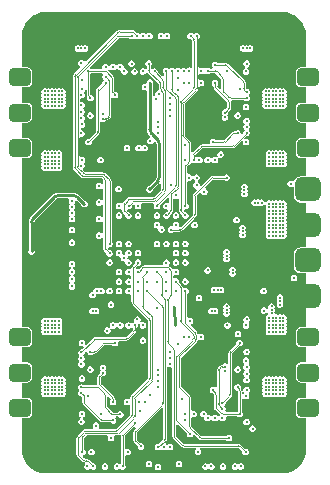
<source format=gbr>
G04*
G04 #@! TF.GenerationSoftware,Altium Limited,Altium Designer,24.1.2 (44)*
G04*
G04 Layer_Physical_Order=4*
G04 Layer_Color=6736896*
%FSLAX25Y25*%
%MOIN*%
G70*
G04*
G04 #@! TF.SameCoordinates,8AA45DA3-EFE9-42F3-ADE2-6CCF78DF1A05*
G04*
G04*
G04 #@! TF.FilePolarity,Positive*
G04*
G01*
G75*
%ADD14C,0.00394*%
%ADD75C,0.00984*%
G04:AMPARAMS|DCode=86|XSize=86.61mil|YSize=78.74mil|CornerRadius=19.68mil|HoleSize=0mil|Usage=FLASHONLY|Rotation=0.000|XOffset=0mil|YOffset=0mil|HoleType=Round|Shape=RoundedRectangle|*
%AMROUNDEDRECTD86*
21,1,0.08661,0.03937,0,0,0.0*
21,1,0.04724,0.07874,0,0,0.0*
1,1,0.03937,0.02362,-0.01968*
1,1,0.03937,-0.02362,-0.01968*
1,1,0.03937,-0.02362,0.01968*
1,1,0.03937,0.02362,0.01968*
%
%ADD86ROUNDEDRECTD86*%
G04:AMPARAMS|DCode=88|XSize=74.8mil|YSize=59.06mil|CornerRadius=14.76mil|HoleSize=0mil|Usage=FLASHONLY|Rotation=0.000|XOffset=0mil|YOffset=0mil|HoleType=Round|Shape=RoundedRectangle|*
%AMROUNDEDRECTD88*
21,1,0.07480,0.02953,0,0,0.0*
21,1,0.04528,0.05906,0,0,0.0*
1,1,0.02953,0.02264,-0.01476*
1,1,0.02953,-0.02264,-0.01476*
1,1,0.02953,-0.02264,0.01476*
1,1,0.02953,0.02264,0.01476*
%
%ADD88ROUNDEDRECTD88*%
%ADD89C,0.00984*%
G36*
X11811Y157629D02*
X90551D01*
X90624Y157659D01*
X92124Y157511D01*
X93635Y157053D01*
X95029Y156308D01*
X96250Y155305D01*
X97253Y154084D01*
X97997Y152691D01*
X98456Y151179D01*
X98604Y149679D01*
X98573Y149606D01*
Y139210D01*
X96949D01*
X96219Y139065D01*
X95601Y138651D01*
X95187Y138033D01*
X95042Y137303D01*
Y134350D01*
X95187Y133621D01*
X95601Y133002D01*
X96219Y132589D01*
X96949Y132444D01*
X98573D01*
Y127399D01*
X96949D01*
X96219Y127254D01*
X95601Y126840D01*
X95187Y126222D01*
X95042Y125492D01*
Y122539D01*
X95187Y121810D01*
X95601Y121191D01*
X96219Y120778D01*
X96949Y120633D01*
X98573D01*
Y115588D01*
X96949D01*
X96219Y115443D01*
X95601Y115029D01*
X95187Y114411D01*
X95042Y113681D01*
Y110728D01*
X95187Y109999D01*
X95601Y109380D01*
X96219Y108967D01*
X96949Y108822D01*
X98573D01*
Y102802D01*
X96850D01*
X95929Y102619D01*
X95147Y102097D01*
X94625Y101315D01*
X94625Y101314D01*
X94082Y101149D01*
X93984Y101248D01*
X93586Y101412D01*
X93156D01*
X92758Y101248D01*
X92453Y100943D01*
X92289Y100545D01*
Y100114D01*
X92453Y99716D01*
X92758Y99412D01*
X93156Y99247D01*
X93586D01*
X93942Y99394D01*
X94157Y99317D01*
X94442Y99162D01*
Y96457D01*
X94625Y95535D01*
X95147Y94754D01*
X95929Y94231D01*
X96850Y94048D01*
X98573D01*
Y79180D01*
X96850D01*
X95929Y78997D01*
X95147Y78475D01*
X94625Y77693D01*
X94442Y76772D01*
Y72835D01*
X94625Y71913D01*
X95147Y71132D01*
X95929Y70609D01*
X96850Y70426D01*
X98573D01*
Y52596D01*
X96949D01*
X96219Y52451D01*
X95601Y52037D01*
X95187Y51419D01*
X95042Y50689D01*
Y47736D01*
X95187Y47007D01*
X95601Y46388D01*
X96219Y45975D01*
X96949Y45829D01*
X98573D01*
Y40785D01*
X96949D01*
X96219Y40639D01*
X95601Y40226D01*
X95187Y39608D01*
X95042Y38878D01*
Y35925D01*
X95187Y35195D01*
X95601Y34577D01*
X96219Y34164D01*
X96949Y34018D01*
X98573D01*
Y28974D01*
X96949D01*
X96219Y28828D01*
X95601Y28415D01*
X95187Y27797D01*
X95042Y27067D01*
Y24114D01*
X95187Y23384D01*
X95601Y22766D01*
X96219Y22353D01*
X96949Y22208D01*
X98573D01*
Y11811D01*
X98604Y11738D01*
X98456Y10239D01*
X97997Y8727D01*
X97253Y7333D01*
X96250Y6112D01*
X95029Y5110D01*
X93635Y4365D01*
X92124Y3906D01*
X90624Y3759D01*
X90551Y3789D01*
X11811D01*
X11738Y3759D01*
X10239Y3906D01*
X8727Y4365D01*
X7333Y5110D01*
X6112Y6112D01*
X5110Y7333D01*
X4365Y8727D01*
X3906Y10239D01*
X3759Y11738D01*
X3789Y11811D01*
Y22208D01*
X5413D01*
X6143Y22353D01*
X6762Y22766D01*
X7175Y23384D01*
X7320Y24114D01*
Y27067D01*
X7175Y27797D01*
X6762Y28415D01*
X6143Y28828D01*
X5413Y28974D01*
X3789D01*
Y34018D01*
X5413D01*
X6143Y34164D01*
X6762Y34577D01*
X7175Y35195D01*
X7320Y35925D01*
Y38878D01*
X7175Y39608D01*
X6762Y40226D01*
X6143Y40639D01*
X5413Y40785D01*
X3789D01*
Y45829D01*
X5413D01*
X6143Y45975D01*
X6762Y46388D01*
X7175Y47007D01*
X7320Y47736D01*
Y50689D01*
X7175Y51419D01*
X6762Y52037D01*
X6143Y52451D01*
X5413Y52596D01*
X3789D01*
Y108822D01*
X5413D01*
X6143Y108967D01*
X6762Y109380D01*
X7175Y109999D01*
X7320Y110728D01*
Y113681D01*
X7175Y114411D01*
X6762Y115029D01*
X6143Y115443D01*
X5413Y115588D01*
X3789D01*
Y120633D01*
X5413D01*
X6143Y120778D01*
X6762Y121191D01*
X7175Y121810D01*
X7320Y122539D01*
Y125492D01*
X7175Y126222D01*
X6762Y126840D01*
X6143Y127254D01*
X5413Y127399D01*
X3789D01*
Y132444D01*
X5413D01*
X6143Y132589D01*
X6762Y133002D01*
X7175Y133621D01*
X7320Y134350D01*
Y137303D01*
X7175Y138033D01*
X6762Y138651D01*
X6143Y139065D01*
X5413Y139210D01*
X3789D01*
Y149606D01*
X3759Y149679D01*
X3906Y151179D01*
X4365Y152691D01*
X5110Y154084D01*
X6112Y155305D01*
X7333Y156308D01*
X8727Y157053D01*
X10239Y157511D01*
X11738Y157659D01*
X11811Y157629D01*
D02*
G37*
%LPC*%
G36*
X40474Y151623D02*
X36350D01*
X36249Y151582D01*
X35812Y151495D01*
X35444Y151249D01*
X35343Y151207D01*
X35343Y151207D01*
X35342Y151207D01*
X34989Y150854D01*
X25145Y141010D01*
X24555Y141127D01*
X24540Y141165D01*
X24235Y141469D01*
X23837Y141634D01*
X23407D01*
X23009Y141469D01*
X22704Y141165D01*
X22539Y140767D01*
Y140336D01*
X22704Y139938D01*
X23009Y139633D01*
X23046Y139618D01*
X23164Y139028D01*
X21234Y137099D01*
X21192Y136997D01*
X20946Y136629D01*
X20859Y136192D01*
X20818Y136091D01*
Y105838D01*
X20859Y105737D01*
X20946Y105300D01*
X21192Y104932D01*
X21234Y104830D01*
X23532Y102532D01*
X23637Y102489D01*
X24001Y102245D01*
X24438Y102158D01*
X24539Y102117D01*
X30382D01*
X30487Y102073D01*
X30813Y101747D01*
X30826Y101742D01*
X30862Y101655D01*
X30857Y101642D01*
Y100461D01*
X30774Y100413D01*
X30357Y100308D01*
X30141Y100524D01*
X29743Y100689D01*
X29312D01*
X28914Y100524D01*
X28610Y100220D01*
X28445Y99822D01*
Y99391D01*
X28610Y98993D01*
X28914Y98689D01*
X29312Y98524D01*
X29743D01*
X30141Y98689D01*
X30357Y98905D01*
X30774Y98800D01*
X30857Y98751D01*
Y94950D01*
X30774Y94901D01*
X30357Y94796D01*
X30141Y95012D01*
X29743Y95177D01*
X29312D01*
X28914Y95012D01*
X28610Y94708D01*
X28445Y94310D01*
Y93879D01*
X28610Y93481D01*
X28914Y93177D01*
X29312Y93012D01*
X29743D01*
X30141Y93177D01*
X30357Y93393D01*
X30774Y93288D01*
X30857Y93239D01*
Y89438D01*
X30774Y89389D01*
X30357Y89284D01*
X30141Y89500D01*
X29743Y89665D01*
X29312D01*
X28914Y89500D01*
X28610Y89196D01*
X28445Y88798D01*
Y88367D01*
X28610Y87969D01*
X28914Y87665D01*
X29312Y87500D01*
X29743D01*
X30141Y87665D01*
X30357Y87881D01*
X30774Y87776D01*
X30857Y87727D01*
Y83926D01*
X30774Y83877D01*
X30357Y83773D01*
X30141Y83989D01*
X29743Y84153D01*
X29312D01*
X28914Y83989D01*
X28610Y83684D01*
X28445Y83286D01*
Y82855D01*
X28610Y82458D01*
X28914Y82153D01*
X29312Y81988D01*
X29743D01*
X30141Y82153D01*
X30357Y82369D01*
X30774Y82265D01*
X30857Y82216D01*
Y79062D01*
X30898Y78961D01*
X30985Y78524D01*
X31208Y78190D01*
X31254Y78074D01*
X31988Y77310D01*
Y76891D01*
X32153Y76493D01*
X32458Y76188D01*
X32855Y76023D01*
X33286D01*
X33684Y76188D01*
X33989Y76493D01*
X34154Y76891D01*
Y77321D01*
X33989Y77719D01*
X33684Y78024D01*
X33286Y78189D01*
X32917D01*
X32456Y78669D01*
X32485Y78845D01*
X32855Y79232D01*
X33286D01*
X33684Y79397D01*
X33989Y79702D01*
X34154Y80100D01*
Y80530D01*
X33989Y80928D01*
X33710Y81207D01*
X33710Y101249D01*
X33668Y101349D01*
X33582Y101786D01*
X33334Y102157D01*
X33292Y102257D01*
X33292Y102257D01*
X33292Y102257D01*
X32138Y103411D01*
X31785Y103765D01*
X31785Y103765D01*
X31785Y103765D01*
X31684Y103806D01*
X31314Y104054D01*
X30877Y104141D01*
X30776Y104183D01*
X24895D01*
X24882Y104177D01*
X24796Y104213D01*
X24791Y104225D01*
X24193Y104823D01*
X24230Y105309D01*
X24288Y105434D01*
X24540Y105686D01*
X24705Y106084D01*
Y106515D01*
X24561Y106862D01*
X24432Y107350D01*
X24737Y107654D01*
X24902Y108052D01*
Y108483D01*
X24737Y108881D01*
X24432Y109186D01*
X24034Y109350D01*
X23604D01*
X23482Y109300D01*
X22982Y109615D01*
Y115678D01*
X23407Y116043D01*
X23837D01*
X24235Y116208D01*
X24540Y116513D01*
X24705Y116911D01*
Y117341D01*
X24540Y117739D01*
X24235Y118044D01*
X23837Y118209D01*
X23732D01*
X23328Y118632D01*
X23604Y118996D01*
X24034D01*
X24432Y119161D01*
X24737Y119465D01*
X24902Y119863D01*
Y120294D01*
X24737Y120692D01*
X24496Y120933D01*
X24433Y121028D01*
X24443Y121534D01*
X24540Y121631D01*
X24705Y122029D01*
Y122459D01*
X24540Y122857D01*
X24385Y123012D01*
X24287Y123327D01*
X24385Y123641D01*
X24540Y123796D01*
X24705Y124194D01*
Y124625D01*
X24540Y125023D01*
X24385Y125178D01*
X24287Y125492D01*
X24385Y125806D01*
X24540Y125961D01*
X24705Y126359D01*
Y126790D01*
X24540Y127188D01*
X24235Y127493D01*
X23837Y127657D01*
X23407D01*
X23011Y127997D01*
Y128499D01*
X23407Y128839D01*
X23837D01*
X24235Y129003D01*
X24540Y129308D01*
X24705Y129706D01*
Y130137D01*
X24540Y130535D01*
X24432Y130972D01*
X24737Y131277D01*
X24845Y131538D01*
X25345Y131438D01*
Y130047D01*
X25387Y129946D01*
X25474Y129509D01*
X25588Y129338D01*
X25593Y129316D01*
X25525Y129152D01*
Y128722D01*
X25690Y128324D01*
X25995Y128019D01*
X26393Y127854D01*
X26823D01*
X27221Y128019D01*
X27526Y128324D01*
X27691Y128722D01*
Y129152D01*
X27526Y129550D01*
X27221Y129855D01*
X26823Y130020D01*
X26623Y130047D01*
Y136903D01*
X26876Y137156D01*
X30587D01*
X30794Y136656D01*
X30775Y136637D01*
X30610Y136239D01*
Y135808D01*
X30775Y135410D01*
X30819Y135366D01*
X31036Y135039D01*
X30819Y134713D01*
X30775Y134668D01*
X30610Y134271D01*
Y133876D01*
X28911Y132178D01*
X28869Y132076D01*
X28623Y131708D01*
X28536Y131271D01*
X28495Y131170D01*
Y117649D01*
X28452Y117545D01*
X26163Y115256D01*
X25769D01*
X25371Y115091D01*
X25066Y114787D01*
X24902Y114389D01*
Y113958D01*
X25066Y113560D01*
X25371Y113255D01*
X25769Y113091D01*
X26200D01*
X26597Y113255D01*
X26902Y113560D01*
X27067Y113958D01*
Y114352D01*
X29004Y116289D01*
X29356Y116641D01*
X29357Y116642D01*
X29357Y116642D01*
X29398Y116743D01*
X29645Y117111D01*
X29731Y117548D01*
X29773Y117649D01*
Y120941D01*
X30273Y121149D01*
X30292Y121129D01*
X30690Y120965D01*
X31121D01*
X31519Y121129D01*
X31823Y121434D01*
X31823Y121434D01*
X31861Y121450D01*
X32298Y121537D01*
X32666Y121783D01*
X32768Y121825D01*
X33195Y122251D01*
X33195Y122253D01*
X33195Y122253D01*
X33237Y122353D01*
X33483Y122722D01*
X33570Y123159D01*
X33612Y123259D01*
Y128914D01*
X34112Y129121D01*
X34229Y129003D01*
X34627Y128839D01*
X35058D01*
X35456Y129003D01*
X35760Y129308D01*
X35925Y129706D01*
Y130137D01*
X35760Y130535D01*
X35456Y130839D01*
X35058Y131004D01*
X34812D01*
X34551Y131308D01*
X34497Y131380D01*
X34497Y131380D01*
X34497Y131873D01*
X34497Y135501D01*
X34456Y135601D01*
X34369Y136038D01*
X34121Y136409D01*
X34080Y136509D01*
Y136509D01*
X34080Y136509D01*
X32572Y138017D01*
X32571Y138356D01*
X32776Y138671D01*
X33300Y138647D01*
X33336Y138560D01*
X33641Y138255D01*
X34039Y138091D01*
X34470D01*
X34868Y138255D01*
X35172Y138560D01*
X35696D01*
X36001Y138255D01*
X36399Y138091D01*
X36448D01*
X36841Y138022D01*
X36909Y137629D01*
Y137580D01*
X37074Y137182D01*
X37379Y136877D01*
X37777Y136713D01*
X38208D01*
X38605Y136877D01*
X38910Y137182D01*
X39075Y137580D01*
Y138011D01*
X38910Y138409D01*
X38605Y138713D01*
X38208Y138878D01*
X38159D01*
X37765Y138946D01*
X37697Y139340D01*
Y139389D01*
X37532Y139787D01*
X37227Y140091D01*
X36830Y140256D01*
X36399D01*
X36001Y140091D01*
X35696Y139787D01*
X35172D01*
X34868Y140091D01*
X34470Y140256D01*
X34039D01*
X33641Y140091D01*
X33336Y139787D01*
X33237Y139548D01*
X32710D01*
X32611Y139787D01*
X32306Y140091D01*
X31908Y140256D01*
X31478D01*
X31080Y140091D01*
X30775Y139787D01*
X30610Y139389D01*
Y138958D01*
X30620Y138935D01*
X30286Y138435D01*
X26876D01*
X26597Y138713D01*
X26560Y138729D01*
X26443Y139318D01*
X36049Y148925D01*
X36153Y148967D01*
X39463D01*
X39742Y148688D01*
X40139Y148524D01*
X40570D01*
X40968Y148688D01*
X41012Y148732D01*
X41339Y148949D01*
X41666Y148732D01*
X41710Y148688D01*
X42107Y148524D01*
X42538D01*
X42936Y148688D01*
X42980Y148732D01*
X43307Y148949D01*
X43633Y148732D01*
X43678Y148688D01*
X44076Y148524D01*
X44506D01*
X44904Y148688D01*
X44948Y148732D01*
X45275Y148949D01*
X45601Y148732D01*
X45646Y148688D01*
X46044Y148524D01*
X46474D01*
X46872Y148688D01*
X47177Y148993D01*
X47341Y149391D01*
Y149822D01*
X47177Y150220D01*
X46872Y150524D01*
X46474Y150689D01*
X46044D01*
X45646Y150524D01*
X45601Y150480D01*
X45275Y150264D01*
X44948Y150480D01*
X44904Y150524D01*
X44506Y150689D01*
X44076D01*
X43678Y150524D01*
X43633Y150480D01*
X43307Y150264D01*
X42980Y150480D01*
X42936Y150524D01*
X42538Y150689D01*
X42107D01*
X42080Y150678D01*
X41421Y151263D01*
X41290Y151309D01*
X41011Y151495D01*
X40574Y151582D01*
X40474Y151623D01*
D02*
G37*
G36*
X62223Y150689D02*
X61792D01*
X61395Y150524D01*
X61350Y150480D01*
X61024Y150264D01*
X60697Y150480D01*
X60653Y150524D01*
X60255Y150689D01*
X59824D01*
X59426Y150524D01*
X59122Y150220D01*
X58957Y149822D01*
Y149391D01*
X59122Y148993D01*
X59426Y148688D01*
X59824Y148524D01*
X60128D01*
X60543Y148041D01*
X60553Y148036D01*
X60587Y147955D01*
X60581Y147942D01*
Y139288D01*
X60498Y139200D01*
X60081Y138995D01*
X59842Y139094D01*
X59411D01*
X59013Y138929D01*
X58969Y138885D01*
X58662Y138655D01*
X58316Y138885D01*
X58290Y138910D01*
X57893Y139075D01*
X57462D01*
X57064Y138910D01*
X57020Y138866D01*
X56693Y138649D01*
X56366Y138866D01*
X56322Y138910D01*
X55924Y139075D01*
X55493D01*
X55095Y138910D01*
X55051Y138866D01*
X54724Y138649D01*
X54398Y138866D01*
X54353Y138910D01*
X53956Y139075D01*
X53525D01*
X53127Y138910D01*
X53083Y138866D01*
X52756Y138649D01*
X52429Y138866D01*
X52385Y138910D01*
X51987Y139075D01*
X51556D01*
X51158Y138910D01*
X50854Y138605D01*
X50689Y138207D01*
Y137777D01*
X50854Y137379D01*
X51133Y137100D01*
Y136305D01*
X50633Y136098D01*
X49114Y137617D01*
Y138011D01*
X48949Y138409D01*
X48645Y138713D01*
X48247Y138878D01*
X47816D01*
X47418Y138713D01*
X47202Y138497D01*
X46785Y138602D01*
X46702Y138650D01*
Y139462D01*
X46981Y139741D01*
X47146Y140139D01*
Y140570D01*
X46981Y140968D01*
X46676Y141272D01*
X46278Y141437D01*
X45848D01*
X45450Y141272D01*
X45145Y140968D01*
X44980Y140570D01*
Y140139D01*
X45145Y139741D01*
X45424Y139462D01*
Y138650D01*
X45341Y138602D01*
X44924Y138497D01*
X44708Y138713D01*
X44310Y138878D01*
X43879D01*
X43481Y138713D01*
X43177Y138409D01*
X43012Y138011D01*
Y137580D01*
X43177Y137182D01*
X43481Y136877D01*
X43879Y136713D01*
X44310D01*
X44708Y136877D01*
X45012Y137182D01*
X45109Y137416D01*
X45137Y137426D01*
X45639Y137454D01*
X45801Y137211D01*
X45843Y137112D01*
X49317Y133637D01*
X49361Y133532D01*
Y132413D01*
X49373Y132384D01*
X49470Y131898D01*
X49199Y131406D01*
X49105Y131361D01*
X48796Y131233D01*
X48492Y130928D01*
X48327Y130530D01*
Y130100D01*
X48353Y130037D01*
X48210Y129823D01*
X47860Y129678D01*
X47627Y129762D01*
X47360Y129913D01*
Y133427D01*
X47374Y133442D01*
X47539Y133840D01*
Y134271D01*
X47374Y134668D01*
X47070Y134973D01*
X46672Y135138D01*
X46241D01*
X45843Y134973D01*
X45539Y134668D01*
X45374Y134271D01*
Y134064D01*
X45170Y133750D01*
X44916Y133638D01*
X44666D01*
X44269Y133473D01*
X43964Y133168D01*
X43799Y132771D01*
Y132340D01*
X43964Y131942D01*
X44269Y131637D01*
X44666Y131473D01*
X45097D01*
X45553Y131120D01*
Y118832D01*
X45546Y118335D01*
X45546Y118335D01*
X45644Y117590D01*
X45932Y116896D01*
X46389Y116299D01*
X46390Y116299D01*
X46391Y116297D01*
X46459Y115823D01*
X46369Y115621D01*
X46040Y115485D01*
X45736Y115180D01*
X45571Y114782D01*
Y114352D01*
X45736Y113954D01*
X46040Y113649D01*
X46438Y113484D01*
X46869D01*
X47267Y113649D01*
X47571Y113954D01*
X47706Y114279D01*
X47917Y114371D01*
X48384Y114290D01*
X48611Y113950D01*
X48691Y113547D01*
X48703D01*
Y102587D01*
X48691D01*
X48623Y102246D01*
X48384Y101845D01*
X48055Y101497D01*
X46065Y99508D01*
X46044D01*
X45647Y99343D01*
X45342Y99038D01*
X45177Y98641D01*
Y98210D01*
X45342Y97812D01*
X45647Y97507D01*
X46044Y97342D01*
X46475D01*
X46873Y97507D01*
X47178Y97812D01*
X47343Y98210D01*
Y98231D01*
X49648Y100536D01*
X49739Y100530D01*
X50148Y100348D01*
Y98487D01*
X50154Y98474D01*
X50118Y98388D01*
X50106Y98383D01*
X47680Y95957D01*
X47576Y95915D01*
X39893D01*
X39792Y95873D01*
X39355Y95786D01*
X38987Y95540D01*
X38886Y95498D01*
X38886Y95498D01*
X38885Y95498D01*
X38533Y95145D01*
X37573Y94186D01*
X37531Y94084D01*
X37434Y93938D01*
X36847Y93831D01*
X36812Y93840D01*
X36436Y93996D01*
X36005D01*
X35607Y93831D01*
X35303Y93527D01*
X35138Y93129D01*
Y92698D01*
X35303Y92300D01*
X35607Y91996D01*
X36005Y91831D01*
X36436D01*
X36656Y91922D01*
X37126Y91680D01*
X37169Y91634D01*
X37198Y91564D01*
X37285Y91127D01*
X37536Y90751D01*
X37576Y90653D01*
X38287Y89943D01*
Y89548D01*
X38452Y89151D01*
X38757Y88846D01*
X39155Y88681D01*
X39585D01*
X39983Y88846D01*
X40288Y89151D01*
X40453Y89548D01*
Y89979D01*
X40288Y90377D01*
X39983Y90682D01*
X39585Y90847D01*
X39191D01*
X38765Y91273D01*
X38791Y91440D01*
X39155Y91831D01*
X39585D01*
X39983Y91996D01*
X40288Y92300D01*
X40453Y92698D01*
Y93092D01*
X40879Y93518D01*
X41046Y93492D01*
X41437Y93129D01*
Y92698D01*
X41602Y92300D01*
X41906Y91996D01*
X42304Y91831D01*
X42735D01*
X43133Y91996D01*
X43437Y92300D01*
X43602Y92698D01*
Y93129D01*
X43511Y93349D01*
X43739Y93792D01*
X43804Y93849D01*
X47535D01*
X47600Y93792D01*
X47827Y93349D01*
X47736Y93129D01*
Y92698D01*
X47901Y92300D01*
X48206Y91996D01*
X48603Y91831D01*
X49034D01*
X49432Y91996D01*
X49737Y92300D01*
X49902Y92698D01*
Y93129D01*
X49817Y93333D01*
X52442Y95959D01*
X52904Y95767D01*
Y94198D01*
X52847Y94133D01*
X52404Y93905D01*
X52184Y93996D01*
X51753D01*
X51355Y93831D01*
X51051Y93527D01*
X50886Y93129D01*
Y92698D01*
X51051Y92300D01*
X51355Y91996D01*
X51753Y91831D01*
X52184D01*
X52550Y91441D01*
X52576Y91327D01*
X52095Y90847D01*
X51753D01*
X51355Y90682D01*
X51051Y90377D01*
X50886Y89979D01*
Y89548D01*
X51051Y89151D01*
X51355Y88846D01*
X51753Y88681D01*
X52184D01*
X52582Y88846D01*
X52886Y89151D01*
X53051Y89548D01*
Y89979D01*
X53047Y89990D01*
X53766Y90709D01*
X53808Y90811D01*
X54054Y91179D01*
X54141Y91616D01*
X54182Y91717D01*
Y95172D01*
X54240Y95237D01*
X54682Y95465D01*
X54903Y95374D01*
X55334D01*
X55554Y95465D01*
X55997Y95237D01*
X56054Y95172D01*
Y91717D01*
X56095Y91616D01*
X56182Y91179D01*
X56431Y90806D01*
X56472Y90707D01*
X57190Y89990D01*
X57185Y89979D01*
Y89549D01*
X57350Y89151D01*
X57655Y88846D01*
X58053Y88682D01*
X58483D01*
X58881Y88846D01*
X59186Y89151D01*
X59351Y89549D01*
Y89979D01*
X59186Y90377D01*
X58881Y90682D01*
X58483Y90847D01*
X58140D01*
X57660Y91327D01*
X57686Y91441D01*
X58053Y91830D01*
X58483D01*
X58881Y91995D01*
X59186Y92300D01*
X59351Y92698D01*
Y93129D01*
X59186Y93526D01*
X58907Y93805D01*
Y100955D01*
X59407Y101289D01*
X59430Y101279D01*
X59861D01*
X60259Y101444D01*
X60563Y101749D01*
X61090D01*
X61394Y101444D01*
X61628Y101348D01*
Y100818D01*
X61394Y100721D01*
X61090Y100417D01*
X60925Y100019D01*
Y99588D01*
X61090Y99190D01*
X61394Y98885D01*
X61792Y98721D01*
X61873D01*
X62080Y98220D01*
X61195Y97335D01*
X61153Y97233D01*
X60907Y96865D01*
X60820Y96428D01*
X60778Y96327D01*
Y90090D01*
X60736Y89986D01*
X56759Y86009D01*
X56591Y86036D01*
X56201Y86399D01*
Y86830D01*
X56036Y87227D01*
X55731Y87532D01*
X55334Y87697D01*
X54903D01*
X54505Y87532D01*
X54200Y87227D01*
X54035Y86830D01*
Y86549D01*
X53868Y86290D01*
X53609Y86122D01*
X53328D01*
X52930Y85957D01*
X52626Y85653D01*
X52461Y85255D01*
Y84824D01*
X52626Y84426D01*
X52930Y84122D01*
X53328Y83957D01*
X53759D01*
X54157Y84122D01*
X54435Y84400D01*
X56367D01*
X56467Y84442D01*
X56904Y84529D01*
X57272Y84775D01*
X57374Y84817D01*
X61287Y88730D01*
X61640Y89082D01*
X61640Y89083D01*
X61640Y89083D01*
X61682Y89184D01*
X61928Y89552D01*
X62015Y89989D01*
X62056Y90090D01*
Y96327D01*
X62099Y96431D01*
X63087Y97419D01*
X63226Y97420D01*
X63648Y97273D01*
X63750Y97025D01*
X64055Y96720D01*
X64453Y96555D01*
X64883D01*
X65281Y96720D01*
X65586Y97025D01*
X65751Y97422D01*
Y97853D01*
X65586Y98251D01*
X65281Y98556D01*
X65033Y98658D01*
X64886Y99080D01*
X64887Y99219D01*
X67348Y101681D01*
X67452Y101723D01*
X71155D01*
X71434Y101444D01*
X71832Y101279D01*
X72263D01*
X72660Y101444D01*
X72965Y101749D01*
X73130Y102147D01*
Y102578D01*
X72965Y102975D01*
X72660Y103280D01*
X72263Y103445D01*
X71832D01*
X71434Y103280D01*
X71155Y103001D01*
X67452D01*
X67352Y102960D01*
X66914Y102873D01*
X66546Y102627D01*
X66445Y102585D01*
X66445Y102585D01*
X66444Y102585D01*
X66092Y102232D01*
X63590Y99731D01*
X63090Y99938D01*
Y100019D01*
X62926Y100417D01*
X62621Y100721D01*
X62388Y100818D01*
Y101348D01*
X62621Y101444D01*
X62926Y101749D01*
X63090Y102147D01*
Y102578D01*
X62926Y102975D01*
X62621Y103280D01*
X62223Y103445D01*
X61792D01*
X61394Y103280D01*
X61090Y102975D01*
X60563D01*
X60259Y103280D01*
X59861Y103445D01*
X59430D01*
X59407Y103435D01*
X58907Y103769D01*
Y105973D01*
X58950Y106077D01*
X59515Y106643D01*
X59868Y106995D01*
X59869Y106997D01*
X60259Y107279D01*
X60410Y107350D01*
X60808Y107185D01*
X61239D01*
X61637Y107350D01*
X61681Y107394D01*
X62008Y107610D01*
X62335Y107394D01*
X62379Y107350D01*
X62777Y107185D01*
X63208D01*
X63605Y107350D01*
X63910Y107654D01*
X64075Y108052D01*
Y108483D01*
X63910Y108881D01*
X63605Y109186D01*
X63208Y109350D01*
X62777D01*
X62379Y109186D01*
X62335Y109141D01*
X62088Y108978D01*
X61663Y109239D01*
Y109910D01*
X61705Y110014D01*
X63805Y112114D01*
X63909Y112156D01*
X73887D01*
X73987Y112198D01*
X74424Y112285D01*
X74792Y112531D01*
X74894Y112573D01*
X77068Y114746D01*
X77491Y114463D01*
X77461Y114389D01*
Y113958D01*
X77626Y113560D01*
X77930Y113255D01*
X78328Y113091D01*
X78759D01*
X79157Y113255D01*
X79461Y113560D01*
X79626Y113958D01*
Y114389D01*
X79461Y114787D01*
X79157Y115091D01*
X78759Y115256D01*
X78328D01*
X78254Y115225D01*
X77970Y115649D01*
X78562Y116240D01*
X78956D01*
X79353Y116405D01*
X79658Y116709D01*
X79823Y117107D01*
Y117538D01*
X79658Y117936D01*
X79614Y117980D01*
X79397Y118307D01*
X79614Y118634D01*
X79658Y118678D01*
X79823Y119076D01*
Y119507D01*
X79658Y119905D01*
X79614Y119949D01*
X79397Y120276D01*
X79614Y120602D01*
X79658Y120647D01*
X79823Y121045D01*
Y121475D01*
X79658Y121873D01*
X79353Y122178D01*
X78956Y122343D01*
X78525D01*
X78127Y122178D01*
X77822Y121873D01*
X77658Y121475D01*
Y121045D01*
X77822Y120647D01*
X77867Y120602D01*
X78083Y120276D01*
X77867Y119949D01*
X77822Y119905D01*
X77658Y119507D01*
Y119076D01*
X77822Y118678D01*
X77867Y118634D01*
X78083Y118307D01*
X77867Y117980D01*
X77822Y117936D01*
X77658Y117538D01*
Y117144D01*
X77299Y116785D01*
X77188Y116815D01*
X76837Y117031D01*
Y117341D01*
X76672Y117739D01*
X76367Y118044D01*
X75969Y118209D01*
X75539D01*
X75141Y118044D01*
X74862Y117765D01*
X74539D01*
X74438Y117724D01*
X74001Y117637D01*
X73633Y117391D01*
X73532Y117349D01*
X73532Y117349D01*
X73531Y117348D01*
X73178Y116996D01*
X71037Y114855D01*
X70934Y114812D01*
X68412D01*
X68133Y115091D01*
X67735Y115256D01*
X67304D01*
X66906Y115091D01*
X66602Y114787D01*
X66437Y114389D01*
Y113958D01*
X66447Y113935D01*
X66113Y113435D01*
X63909D01*
X63808Y113393D01*
X63371Y113306D01*
X63003Y113060D01*
X62902Y113018D01*
X62902Y113018D01*
X62901Y113018D01*
X62548Y112665D01*
X60801Y110918D01*
X60759Y110816D01*
X60285Y111006D01*
Y113161D01*
X60285Y113650D01*
X60285Y113650D01*
X60285Y113650D01*
X60285D01*
X60243Y113751D01*
X60156Y114188D01*
X59909Y114558D01*
X59867Y114659D01*
X59867Y114659D01*
X59867Y114659D01*
X58163Y116363D01*
X58150Y116368D01*
X58114Y116455D01*
X58119Y116468D01*
Y127036D01*
X58162Y127140D01*
X61878Y130856D01*
X62230Y131208D01*
X62231Y131209D01*
X62231Y131209D01*
X62272Y131310D01*
X62519Y131678D01*
X62605Y132115D01*
X62647Y132216D01*
Y132574D01*
X62704Y132639D01*
X63147Y132867D01*
X63367Y132776D01*
X63798D01*
X64196Y132940D01*
X64500Y133245D01*
X64665Y133643D01*
Y134074D01*
X64500Y134471D01*
X64196Y134776D01*
X63798Y134941D01*
X63367D01*
X63147Y134850D01*
X62704Y135078D01*
X62647Y135143D01*
Y136708D01*
X62704Y136773D01*
X63147Y137001D01*
X63367Y136909D01*
X63798D01*
X64196Y137074D01*
X64351Y137229D01*
X64665Y137327D01*
X64980Y137229D01*
X65135Y137074D01*
X65533Y136909D01*
X65963D01*
X66361Y137074D01*
X66640Y137353D01*
X68178D01*
X68283Y137310D01*
X70183Y135408D01*
X70196Y135403D01*
X70232Y135317D01*
X70227Y135304D01*
X70227Y132150D01*
X69727Y131947D01*
X69255Y132429D01*
X68908Y132783D01*
X69028Y133245D01*
X69193Y133643D01*
Y134074D01*
X69028Y134471D01*
X68723Y134776D01*
X68326Y134941D01*
X67895D01*
X67497Y134776D01*
X67192Y134471D01*
X67028Y134074D01*
Y133643D01*
X67192Y133245D01*
X67497Y132940D01*
X67584Y132904D01*
Y132890D01*
X67626Y132790D01*
X67713Y132353D01*
X67952Y131995D01*
X67994Y131889D01*
X72153Y127640D01*
X72165Y127635D01*
X72201Y127549D01*
X72195Y127536D01*
Y125720D01*
X72201Y125707D01*
X72165Y125621D01*
X72153Y125616D01*
X71635Y125098D01*
X71241D01*
X70843Y124934D01*
X70539Y124629D01*
X70374Y124231D01*
Y123800D01*
X70539Y123403D01*
X70713Y123228D01*
X70539Y123054D01*
X70374Y122656D01*
Y122226D01*
X70539Y121828D01*
X70843Y121523D01*
X71241Y121358D01*
X71672D01*
X72070Y121523D01*
X72374Y121828D01*
X72539Y122226D01*
Y122656D01*
X72374Y123054D01*
X72200Y123228D01*
X72374Y123403D01*
X72539Y123800D01*
Y124194D01*
X73057Y124712D01*
X73058Y124713D01*
X73058Y124713D01*
X73099Y124814D01*
X73345Y125182D01*
X73432Y125619D01*
X73474Y125720D01*
Y127536D01*
X73432Y127637D01*
X73400Y127798D01*
X73739Y128281D01*
X73772Y128298D01*
X77848D01*
X78127Y128019D01*
X78525Y127854D01*
X78956D01*
X79353Y128019D01*
X79658Y128324D01*
X79823Y128722D01*
Y129152D01*
X79658Y129550D01*
X79614Y129595D01*
X79397Y129921D01*
X79614Y130248D01*
X79658Y130292D01*
X79823Y130690D01*
Y131121D01*
X79658Y131519D01*
X79353Y131823D01*
X78956Y131988D01*
X78828D01*
X78430Y132197D01*
X78395Y132593D01*
Y133926D01*
X78353Y134026D01*
X78267Y134463D01*
X78019Y134834D01*
X77977Y134934D01*
X77977Y134935D01*
X77977Y134935D01*
X73083Y139828D01*
X72730Y140182D01*
X72730Y140182D01*
X72730Y140182D01*
X72629Y140224D01*
X72259Y140471D01*
X71822Y140558D01*
X71721Y140600D01*
X69002D01*
X68723Y140878D01*
X68326Y141043D01*
X67895D01*
X67497Y140878D01*
X67192Y140574D01*
X67028Y140176D01*
Y139745D01*
X67192Y139347D01*
X67408Y139131D01*
X67304Y138715D01*
X67255Y138631D01*
X66640D01*
X66361Y138910D01*
X65963Y139075D01*
X65533D01*
X65135Y138910D01*
X64980Y138755D01*
X64665Y138657D01*
X64351Y138755D01*
X64196Y138910D01*
X63798Y139075D01*
X63367D01*
X63147Y138984D01*
X62704Y139212D01*
X62647Y139277D01*
Y148714D01*
X62926Y148993D01*
X63090Y149391D01*
Y149822D01*
X62926Y150220D01*
X62621Y150524D01*
X62223Y150689D01*
D02*
G37*
G36*
X52381D02*
X51950D01*
X51552Y150524D01*
X51508Y150480D01*
X51181Y150264D01*
X50854Y150480D01*
X50810Y150524D01*
X50412Y150689D01*
X49981D01*
X49584Y150524D01*
X49279Y150220D01*
X49114Y149822D01*
Y149391D01*
X49279Y148993D01*
X49584Y148688D01*
X49981Y148524D01*
X50412D01*
X50810Y148688D01*
X50854Y148733D01*
X51181Y148949D01*
X51508Y148733D01*
X51552Y148688D01*
X51950Y148524D01*
X52381D01*
X52779Y148688D01*
X53083Y148993D01*
X53248Y149391D01*
Y149822D01*
X53083Y150220D01*
X52779Y150524D01*
X52381Y150689D01*
D02*
G37*
G36*
X80137Y146555D02*
X79706D01*
X79331Y146400D01*
X78956Y146555D01*
X78525D01*
X78150Y146400D01*
X77774Y146555D01*
X77344D01*
X76946Y146390D01*
X76641Y146086D01*
X76476Y145688D01*
Y145257D01*
X76641Y144859D01*
X76946Y144555D01*
X77344Y144390D01*
X77774D01*
X78150Y144545D01*
X78525Y144390D01*
X78956D01*
X79331Y144545D01*
X79706Y144390D01*
X80137D01*
X80534Y144555D01*
X80839Y144859D01*
X81004Y145257D01*
Y145688D01*
X80839Y146086D01*
X80534Y146390D01*
X80137Y146555D01*
D02*
G37*
G36*
X25019D02*
X24588D01*
X24213Y146400D01*
X23837Y146555D01*
X23407D01*
X23031Y146400D01*
X22656Y146555D01*
X22226D01*
X21828Y146390D01*
X21523Y146086D01*
X21358Y145688D01*
Y145257D01*
X21523Y144859D01*
X21828Y144555D01*
X22226Y144390D01*
X22656D01*
X23031Y144545D01*
X23407Y144390D01*
X23837D01*
X24213Y144545D01*
X24588Y144390D01*
X25019D01*
X25416Y144555D01*
X25721Y144859D01*
X25886Y145257D01*
Y145688D01*
X25721Y146086D01*
X25416Y146390D01*
X25019Y146555D01*
D02*
G37*
G36*
X40570Y141437D02*
X40139D01*
X39741Y141272D01*
X39437Y140968D01*
X39272Y140570D01*
Y140139D01*
X39437Y139741D01*
X39741Y139436D01*
X40139Y139272D01*
X40570D01*
X40968Y139436D01*
X41272Y139741D01*
X41437Y140139D01*
Y140570D01*
X41272Y140968D01*
X40968Y141272D01*
X40570Y141437D01*
D02*
G37*
G36*
X78956D02*
X78525D01*
X78127Y141272D01*
X77822Y140968D01*
X77658Y140570D01*
Y140139D01*
X77822Y139741D01*
X78127Y139436D01*
X78298Y139366D01*
X78312Y139129D01*
X78248Y138845D01*
X77930Y138713D01*
X77626Y138409D01*
X77461Y138011D01*
Y137580D01*
X77626Y137182D01*
X77930Y136877D01*
X78328Y136713D01*
X78759D01*
X79157Y136877D01*
X79461Y137182D01*
X79626Y137580D01*
Y138011D01*
X79461Y138409D01*
X79157Y138713D01*
X78985Y138784D01*
X78971Y139020D01*
X79035Y139305D01*
X79353Y139436D01*
X79658Y139741D01*
X79823Y140139D01*
Y140570D01*
X79658Y140968D01*
X79353Y141272D01*
X78956Y141437D01*
D02*
G37*
G36*
X41554Y138878D02*
X41123D01*
X40725Y138713D01*
X40421Y138409D01*
X40256Y138011D01*
Y137580D01*
X40421Y137182D01*
X40725Y136877D01*
X41123Y136713D01*
X41554D01*
X41952Y136877D01*
X42256Y137182D01*
X42421Y137580D01*
Y138011D01*
X42256Y138409D01*
X41952Y138713D01*
X41554Y138878D01*
D02*
G37*
G36*
X91160Y132185D02*
X90729D01*
X90354Y132030D01*
X89979Y132185D01*
X89548D01*
X89173Y132030D01*
X88798Y132185D01*
X88367D01*
X87992Y132030D01*
X87617Y132185D01*
X87186D01*
X86811Y132030D01*
X86436Y132185D01*
X86005D01*
X85630Y132030D01*
X85255Y132185D01*
X84824D01*
X84426Y132020D01*
X84122Y131716D01*
X83957Y131318D01*
Y130887D01*
X84112Y130512D01*
X83957Y130137D01*
Y129706D01*
X84112Y129331D01*
X83957Y128955D01*
Y128525D01*
X84112Y128150D01*
X83957Y127774D01*
Y127344D01*
X84112Y126969D01*
X83957Y126593D01*
Y126163D01*
X84122Y125765D01*
X84426Y125460D01*
X84824Y125295D01*
X85255D01*
X85630Y125451D01*
X86005Y125295D01*
X86436D01*
X86811Y125451D01*
X87186Y125295D01*
X87617D01*
X87992Y125451D01*
X88367Y125295D01*
X88798D01*
X89173Y125451D01*
X89548Y125295D01*
X89979D01*
X90354Y125451D01*
X90729Y125295D01*
X91160D01*
X91558Y125460D01*
X91863Y125765D01*
X92028Y126163D01*
Y126593D01*
X91872Y126969D01*
X92028Y127344D01*
Y127774D01*
X91872Y128150D01*
X92028Y128525D01*
Y128955D01*
X91872Y129331D01*
X92028Y129706D01*
Y130137D01*
X91872Y130512D01*
X92028Y130887D01*
Y131318D01*
X91863Y131716D01*
X91558Y132020D01*
X91160Y132185D01*
D02*
G37*
G36*
X17538Y132185D02*
X17108D01*
X16732Y132030D01*
X16357Y132185D01*
X15926D01*
X15551Y132030D01*
X15176Y132185D01*
X14745D01*
X14370Y132030D01*
X13995Y132185D01*
X13564D01*
X13189Y132030D01*
X12814Y132185D01*
X12383D01*
X12008Y132030D01*
X11633Y132185D01*
X11202D01*
X10804Y132020D01*
X10499Y131716D01*
X10335Y131318D01*
Y130887D01*
X10490Y130512D01*
X10335Y130137D01*
Y129706D01*
X10490Y129331D01*
X10335Y128955D01*
Y128525D01*
X10490Y128150D01*
X10335Y127774D01*
Y127344D01*
X10490Y126969D01*
X10335Y126593D01*
Y126163D01*
X10499Y125765D01*
X10804Y125460D01*
X11202Y125295D01*
X11633D01*
X12008Y125451D01*
X12383Y125295D01*
X12814D01*
X13189Y125451D01*
X13564Y125295D01*
X13995D01*
X14370Y125451D01*
X14745Y125295D01*
X15176D01*
X15551Y125451D01*
X15926Y125295D01*
X16357D01*
X16732Y125451D01*
X17108Y125295D01*
X17538D01*
X17936Y125460D01*
X18241Y125765D01*
X18406Y126163D01*
Y126593D01*
X18250Y126969D01*
X18406Y127344D01*
Y127774D01*
X18250Y128150D01*
X18406Y128525D01*
Y128955D01*
X18250Y129331D01*
X18406Y129706D01*
Y130137D01*
X18250Y130512D01*
X18406Y130887D01*
Y131318D01*
X18241Y131716D01*
X17936Y132020D01*
X17538Y132185D01*
D02*
G37*
G36*
X78759Y127067D02*
X78328D01*
X77930Y126902D01*
X77626Y126597D01*
X77461Y126200D01*
Y125769D01*
X77626Y125371D01*
X77930Y125066D01*
X78328Y124902D01*
X78759D01*
X79157Y125066D01*
X79461Y125371D01*
X79626Y125769D01*
Y126200D01*
X79461Y126597D01*
X79157Y126902D01*
X78759Y127067D01*
D02*
G37*
G36*
X75969Y124114D02*
X75539D01*
X75141Y123949D01*
X74836Y123645D01*
X74672Y123247D01*
Y122816D01*
X74836Y122418D01*
X75141Y122114D01*
X75539Y121949D01*
X75969D01*
X76367Y122114D01*
X76672Y122418D01*
X76837Y122816D01*
Y123247D01*
X76672Y123645D01*
X76367Y123949D01*
X75969Y124114D01*
D02*
G37*
G36*
X26823D02*
X26393D01*
X25995Y123949D01*
X25690Y123645D01*
X25525Y123247D01*
Y122816D01*
X25690Y122418D01*
X25995Y122114D01*
X26393Y121949D01*
X26823D01*
X27221Y122114D01*
X27526Y122418D01*
X27691Y122816D01*
Y123247D01*
X27526Y123645D01*
X27221Y123949D01*
X26823Y124114D01*
D02*
G37*
G36*
X44900Y113287D02*
X44470D01*
X44072Y113123D01*
X44027Y113078D01*
X43701Y112862D01*
X43374Y113078D01*
X43330Y113123D01*
X42932Y113287D01*
X42501D01*
X42103Y113123D01*
X41799Y112818D01*
X41634Y112420D01*
Y111989D01*
X41799Y111591D01*
X42103Y111287D01*
X42501Y111122D01*
X42932D01*
X43330Y111287D01*
X43374Y111331D01*
X43701Y111548D01*
X44027Y111331D01*
X44072Y111287D01*
X44470Y111122D01*
X44900D01*
X45298Y111287D01*
X45603Y111591D01*
X45768Y111989D01*
Y112420D01*
X45603Y112818D01*
X45298Y113123D01*
X44900Y113287D01*
D02*
G37*
G36*
X91160Y111516D02*
X90729D01*
X90354Y111360D01*
X89979Y111516D01*
X89548D01*
X89173Y111360D01*
X88798Y111516D01*
X88367D01*
X87992Y111360D01*
X87617Y111516D01*
X87186D01*
X86811Y111360D01*
X86436Y111516D01*
X86005D01*
X85607Y111351D01*
X85303Y111046D01*
X85138Y110648D01*
Y110218D01*
X85293Y109843D01*
X85138Y109467D01*
Y109037D01*
X85293Y108661D01*
X85138Y108286D01*
Y107855D01*
X85293Y107480D01*
X85138Y107105D01*
Y106674D01*
X85303Y106277D01*
X85607Y105972D01*
X86005Y105807D01*
X86436D01*
X86811Y105963D01*
X87186Y105807D01*
X87617D01*
X87992Y105963D01*
X88367Y105807D01*
X88798D01*
X89173Y105963D01*
X89548Y105807D01*
X89979D01*
X90354Y105963D01*
X90729Y105807D01*
X91160D01*
X91558Y105972D01*
X91863Y106277D01*
X92028Y106674D01*
Y107105D01*
X91872Y107480D01*
X92028Y107855D01*
Y108286D01*
X91872Y108661D01*
X92028Y109037D01*
Y109467D01*
X91872Y109843D01*
X92028Y110218D01*
Y110648D01*
X91863Y111046D01*
X91558Y111351D01*
X91160Y111516D01*
D02*
G37*
G36*
X16357Y111516D02*
X15926D01*
X15551Y111360D01*
X15176Y111516D01*
X14745D01*
X14370Y111360D01*
X13995Y111516D01*
X13564D01*
X13189Y111360D01*
X12814Y111516D01*
X12383D01*
X12008Y111360D01*
X11633Y111516D01*
X11202D01*
X10804Y111351D01*
X10499Y111046D01*
X10335Y110648D01*
Y110218D01*
X10490Y109843D01*
X10335Y109467D01*
Y109037D01*
X10490Y108661D01*
X10335Y108286D01*
Y107855D01*
X10490Y107480D01*
X10335Y107105D01*
Y106674D01*
X10490Y106299D01*
X10335Y105924D01*
Y105493D01*
X10499Y105095D01*
X10804Y104791D01*
X11202Y104626D01*
X11633D01*
X12008Y104781D01*
X12383Y104626D01*
X12814D01*
X13189Y104781D01*
X13564Y104626D01*
X13995D01*
X14370Y104781D01*
X14745Y104626D01*
X15176D01*
X15551Y104781D01*
X15926Y104626D01*
X16357D01*
X16755Y104791D01*
X17060Y105095D01*
X17224Y105493D01*
Y105924D01*
X17069Y106299D01*
X17224Y106674D01*
Y107105D01*
X17069Y107480D01*
X17224Y107855D01*
Y108286D01*
X17069Y108661D01*
X17224Y109037D01*
Y109467D01*
X17069Y109843D01*
X17224Y110218D01*
Y110648D01*
X17060Y111046D01*
X16755Y111351D01*
X16357Y111516D01*
D02*
G37*
G36*
X38995Y113287D02*
X38564D01*
X38166Y113123D01*
X37862Y112818D01*
X37697Y112420D01*
Y111989D01*
X37862Y111591D01*
X38166Y111287D01*
X38564Y111122D01*
X38995D01*
X39393Y111287D01*
X39697Y111591D01*
X39862Y111989D01*
Y112420D01*
X39697Y112818D01*
X39393Y113123D01*
X38995Y113287D01*
D02*
G37*
G36*
X70294Y111122D02*
X69863D01*
X69466Y110957D01*
X69161Y110653D01*
X68996Y110255D01*
Y109824D01*
X69137Y109485D01*
X68763Y109170D01*
X68723Y109186D01*
X68678Y109204D01*
X68326Y109350D01*
X67895D01*
X67497Y109186D01*
X67192Y108881D01*
X66666D01*
X66361Y109186D01*
X65963Y109350D01*
X65533D01*
X65135Y109186D01*
X64830Y108881D01*
X64665Y108483D01*
Y108052D01*
X64830Y107654D01*
X65135Y107350D01*
X65533Y107185D01*
X65963D01*
X66361Y107350D01*
X66666Y107654D01*
X67192D01*
X67497Y107350D01*
X67895Y107185D01*
X68326D01*
X68723Y107350D01*
X69028Y107654D01*
X69193Y108052D01*
Y108483D01*
X69052Y108823D01*
X69425Y109137D01*
X69466Y109122D01*
X69511Y109103D01*
X69863Y108957D01*
X70294D01*
X70692Y109122D01*
X70997Y109426D01*
X71161Y109824D01*
Y110255D01*
X70997Y110653D01*
X70692Y110957D01*
X70294Y111122D01*
D02*
G37*
G36*
X30274Y109350D02*
X29844D01*
X29446Y109186D01*
X29141Y108881D01*
X28976Y108483D01*
Y108052D01*
X29141Y107654D01*
X29446Y107350D01*
X29844Y107185D01*
X30274D01*
X30672Y107350D01*
X30977Y107654D01*
X31142Y108052D01*
Y108483D01*
X30977Y108881D01*
X30672Y109186D01*
X30274Y109350D01*
D02*
G37*
G36*
X36239Y99705D02*
X35808D01*
X35410Y99540D01*
X35106Y99235D01*
X34941Y98837D01*
Y98407D01*
X35106Y98009D01*
X35410Y97704D01*
X35808Y97539D01*
X36239D01*
X36637Y97704D01*
X36941Y98009D01*
X37106Y98407D01*
Y98837D01*
X36941Y99235D01*
X36637Y99540D01*
X36239Y99705D01*
D02*
G37*
G36*
X20838Y97367D02*
Y97360D01*
X15973D01*
Y97367D01*
X15228Y97269D01*
X14533Y96981D01*
X13943Y96529D01*
X13946Y96525D01*
X13946Y96522D01*
X6992Y89569D01*
X6989Y89569D01*
X6986Y89572D01*
X6534Y88982D01*
X6246Y88287D01*
X6148Y87542D01*
X6155D01*
Y78384D01*
X6141Y78369D01*
X5976Y77971D01*
Y77540D01*
X6141Y77143D01*
X6445Y76838D01*
X6843Y76673D01*
X7274D01*
X7672Y76838D01*
X7976Y77143D01*
X8141Y77540D01*
Y77971D01*
X7976Y78369D01*
X7962Y78384D01*
Y87542D01*
X7974D01*
X8042Y87883D01*
X8281Y88284D01*
X8610Y88632D01*
X14883Y94905D01*
X15231Y95234D01*
X15632Y95473D01*
X15973Y95541D01*
Y95553D01*
X19299D01*
X19450Y95286D01*
X19535Y95053D01*
X19390Y94704D01*
Y94273D01*
X19555Y93875D01*
X19827Y93602D01*
X19555Y93330D01*
X19390Y92932D01*
Y92501D01*
X19555Y92103D01*
X19710Y91948D01*
X19808Y91634D01*
X19710Y91319D01*
X19555Y91164D01*
X19390Y90767D01*
Y90336D01*
X19555Y89938D01*
X19599Y89894D01*
X19815Y89567D01*
X19599Y89240D01*
X19555Y89196D01*
X19390Y88798D01*
Y88367D01*
X19555Y87969D01*
X19859Y87665D01*
X20257Y87500D01*
X20688D01*
X21086Y87665D01*
X21390Y87969D01*
X21555Y88367D01*
Y88798D01*
X21390Y89196D01*
X21346Y89240D01*
X21130Y89567D01*
X21346Y89894D01*
X21390Y89938D01*
X21555Y90336D01*
Y90767D01*
X21390Y91164D01*
X21235Y91319D01*
X21137Y91634D01*
X21235Y91948D01*
X21390Y92103D01*
X21555Y92501D01*
Y92932D01*
X21390Y93330D01*
X21118Y93602D01*
X21390Y93875D01*
X21555Y94273D01*
Y94571D01*
X21949Y94799D01*
X22017Y94816D01*
X23524Y93309D01*
Y93289D01*
X23688Y92891D01*
X23993Y92586D01*
X24391Y92421D01*
X24822D01*
X25220Y92586D01*
X25524Y92891D01*
X25689Y93289D01*
Y93719D01*
X25524Y94117D01*
X25220Y94422D01*
X24822Y94587D01*
X24801D01*
X22868Y96520D01*
X22868Y96520D01*
X22868Y96521D01*
X22872Y96525D01*
X22278Y96981D01*
X21583Y97269D01*
X20838Y97367D01*
D02*
G37*
G36*
X78168Y100394D02*
X77737D01*
X77340Y100229D01*
X77035Y99924D01*
X76870Y99526D01*
Y99096D01*
X77026Y98721D01*
X76870Y98345D01*
Y97915D01*
X77026Y97539D01*
X76870Y97164D01*
Y96733D01*
X77035Y96336D01*
X77340Y96031D01*
X77737Y95866D01*
X78168D01*
X78566Y96031D01*
X78871Y96336D01*
X79035Y96733D01*
Y97164D01*
X78880Y97539D01*
X79035Y97915D01*
Y98345D01*
X78880Y98721D01*
X79035Y99096D01*
Y99526D01*
X78871Y99924D01*
X78566Y100229D01*
X78168Y100394D01*
D02*
G37*
G36*
X83916Y95079D02*
X83485D01*
X83110Y94923D01*
X82735Y95079D01*
X82304D01*
X81929Y94923D01*
X81554Y95079D01*
X81123D01*
X80725Y94914D01*
X80421Y94609D01*
X80256Y94212D01*
Y93781D01*
X80421Y93383D01*
X80725Y93078D01*
X81123Y92913D01*
X81554D01*
X81929Y93069D01*
X82304Y92913D01*
X82735D01*
X83110Y93069D01*
X83485Y92913D01*
X83916D01*
X84314Y93078D01*
X84528Y93292D01*
X84941Y93273D01*
X85093Y93222D01*
X85226Y92949D01*
X85138Y92735D01*
Y92304D01*
X85293Y91929D01*
X85138Y91554D01*
Y91123D01*
X85293Y90748D01*
X85138Y90373D01*
Y89942D01*
X85293Y89567D01*
X85138Y89192D01*
Y88761D01*
X85293Y88386D01*
X85138Y88011D01*
Y87580D01*
X85293Y87205D01*
X85138Y86830D01*
Y86399D01*
X85293Y86024D01*
X85138Y85648D01*
Y85218D01*
X85293Y84842D01*
X85138Y84467D01*
Y84037D01*
X85293Y83661D01*
X85138Y83286D01*
Y82855D01*
X85303Y82458D01*
X85607Y82153D01*
X86005Y81988D01*
X86436D01*
X86811Y82144D01*
X87186Y81988D01*
X87617D01*
X87992Y82144D01*
X88367Y81988D01*
X88798D01*
X89173Y82144D01*
X89548Y81988D01*
X89979D01*
X90354Y82144D01*
X90729Y81988D01*
X91160D01*
X91558Y82153D01*
X91863Y82458D01*
X92027Y82855D01*
Y83286D01*
X91872Y83661D01*
X92027Y84037D01*
Y84467D01*
X91872Y84842D01*
X92027Y85218D01*
Y85648D01*
X91872Y86024D01*
X92027Y86399D01*
Y86830D01*
X91872Y87205D01*
X92027Y87580D01*
Y88011D01*
X91872Y88386D01*
X92027Y88761D01*
Y89192D01*
X91872Y89567D01*
X92027Y89942D01*
Y90373D01*
X91872Y90748D01*
X92027Y91123D01*
Y91554D01*
X91872Y91929D01*
X92027Y92304D01*
Y92735D01*
X91872Y93110D01*
X92027Y93485D01*
Y93916D01*
X91863Y94314D01*
X91558Y94619D01*
X91160Y94784D01*
X90729D01*
X90354Y94628D01*
X89979Y94784D01*
X89548D01*
X89173Y94628D01*
X88798Y94784D01*
X88367D01*
X87992Y94628D01*
X87617Y94784D01*
X87186D01*
X86811Y94628D01*
X86436Y94784D01*
X86005D01*
X85607Y94619D01*
X85303Y94314D01*
X85272Y94239D01*
X85028Y94226D01*
X84751Y94289D01*
X84619Y94609D01*
X84314Y94914D01*
X83916Y95079D01*
D02*
G37*
G36*
X55334Y90847D02*
X54903D01*
X54505Y90682D01*
X54200Y90377D01*
X54035Y89979D01*
Y89548D01*
X54200Y89151D01*
X54505Y88846D01*
X54903Y88681D01*
X55334D01*
X55731Y88846D01*
X56036Y89151D01*
X56201Y89548D01*
Y89979D01*
X56036Y90377D01*
X55731Y90682D01*
X55334Y90847D01*
D02*
G37*
G36*
X49034D02*
X48603D01*
X48206Y90682D01*
X47901Y90377D01*
X47736Y89979D01*
Y89548D01*
X47901Y89151D01*
X48206Y88846D01*
X48603Y88681D01*
X49034D01*
X49432Y88846D01*
X49737Y89151D01*
X49902Y89548D01*
Y89979D01*
X49737Y90377D01*
X49432Y90682D01*
X49034Y90847D01*
D02*
G37*
G36*
X42735D02*
X42304D01*
X41906Y90682D01*
X41602Y90377D01*
X41437Y89979D01*
Y89548D01*
X41602Y89151D01*
X41906Y88846D01*
X42304Y88681D01*
X42735D01*
X43133Y88846D01*
X43437Y89151D01*
X43602Y89548D01*
Y89979D01*
X43437Y90377D01*
X43133Y90682D01*
X42735Y90847D01*
D02*
G37*
G36*
X36436D02*
X36005D01*
X35607Y90682D01*
X35303Y90377D01*
X35138Y89979D01*
Y89548D01*
X35303Y89151D01*
X35607Y88846D01*
X36005Y88681D01*
X36436D01*
X36834Y88846D01*
X37138Y89151D01*
X37303Y89548D01*
Y89979D01*
X37138Y90377D01*
X36834Y90682D01*
X36436Y90847D01*
D02*
G37*
G36*
X75576Y89272D02*
X75145D01*
X74747Y89107D01*
X74443Y88802D01*
X74278Y88404D01*
Y87974D01*
X74443Y87576D01*
X74747Y87271D01*
X75145Y87106D01*
X75576D01*
X75974Y87271D01*
X76278Y87576D01*
X76443Y87974D01*
Y88404D01*
X76278Y88802D01*
X75974Y89107D01*
X75576Y89272D01*
D02*
G37*
G36*
X61632Y87697D02*
X61202D01*
X60804Y87532D01*
X60499Y87227D01*
X60334Y86830D01*
Y86399D01*
X60499Y86001D01*
X60804Y85696D01*
X61202Y85532D01*
X61632D01*
X62030Y85696D01*
X62335Y86001D01*
X62500Y86399D01*
Y86830D01*
X62335Y87227D01*
X62030Y87532D01*
X61632Y87697D01*
D02*
G37*
G36*
X49034Y87697D02*
X48603D01*
X48206Y87532D01*
X47901Y87227D01*
X47736Y86830D01*
Y86399D01*
X47901Y86001D01*
X48206Y85696D01*
X48603Y85532D01*
X48884D01*
X49143Y85364D01*
X49311Y85105D01*
Y84824D01*
X49476Y84426D01*
X49780Y84122D01*
X50178Y83957D01*
X50609D01*
X51007Y84122D01*
X51311Y84426D01*
X51476Y84824D01*
Y85255D01*
X51311Y85653D01*
X51007Y85957D01*
X50609Y86122D01*
X50328D01*
X50069Y86290D01*
X49902Y86549D01*
Y86830D01*
X49737Y87227D01*
X49432Y87532D01*
X49034Y87697D01*
D02*
G37*
G36*
X20688Y85925D02*
X20257D01*
X19859Y85760D01*
X19555Y85456D01*
X19390Y85058D01*
Y84627D01*
X19555Y84229D01*
X19859Y83925D01*
X20257Y83760D01*
X20688D01*
X21086Y83925D01*
X21390Y84229D01*
X21555Y84627D01*
Y85058D01*
X21390Y85456D01*
X21086Y85760D01*
X20688Y85925D01*
D02*
G37*
G36*
X77578Y86713D02*
X77147D01*
X76749Y86548D01*
X76444Y86243D01*
X76279Y85845D01*
Y85415D01*
X76435Y85039D01*
X76279Y84664D01*
Y84233D01*
X76435Y83858D01*
X76279Y83483D01*
Y83052D01*
X76444Y82654D01*
X76749Y82350D01*
X77147Y82185D01*
X77578D01*
X77975Y82350D01*
X78280Y82654D01*
X78445Y83052D01*
Y83483D01*
X78289Y83858D01*
X78445Y84233D01*
Y84664D01*
X78289Y85039D01*
X78445Y85415D01*
Y85845D01*
X78280Y86243D01*
X77975Y86548D01*
X77578Y86713D01*
D02*
G37*
G36*
X20688Y81791D02*
X20257D01*
X19859Y81626D01*
X19555Y81322D01*
X19390Y80924D01*
Y80493D01*
X19555Y80095D01*
X19859Y79791D01*
X20257Y79626D01*
X20688D01*
X21086Y79791D01*
X21390Y80095D01*
X21555Y80493D01*
Y80924D01*
X21390Y81322D01*
X21086Y81626D01*
X20688Y81791D01*
D02*
G37*
G36*
X58483Y81398D02*
X58053D01*
X57655Y81233D01*
X57350Y80928D01*
X57185Y80531D01*
Y80100D01*
X57350Y79702D01*
X57655Y79397D01*
X58053Y79233D01*
X58483D01*
X58881Y79397D01*
X59186Y79702D01*
X59351Y80100D01*
Y80531D01*
X59186Y80928D01*
X58881Y81233D01*
X58483Y81398D01*
D02*
G37*
G36*
X52184D02*
X51753D01*
X51355Y81233D01*
X51050Y80928D01*
X50885Y80531D01*
Y80100D01*
X51050Y79702D01*
X51355Y79397D01*
X51753Y79233D01*
X52184D01*
X52581Y79397D01*
X52886Y79702D01*
X53051Y80100D01*
Y80531D01*
X52886Y80928D01*
X52581Y81233D01*
X52184Y81398D01*
D02*
G37*
G36*
X49034D02*
X48604D01*
X48206Y81233D01*
X47901Y80928D01*
X47736Y80531D01*
Y80100D01*
X47901Y79702D01*
X48206Y79397D01*
X48604Y79233D01*
X49034D01*
X49432Y79397D01*
X49737Y79702D01*
X49902Y80100D01*
Y80531D01*
X49737Y80928D01*
X49432Y81233D01*
X49034Y81398D01*
D02*
G37*
G36*
X55334Y81398D02*
X54903D01*
X54505Y81233D01*
X54200Y80928D01*
X54035Y80530D01*
Y80100D01*
X54200Y79702D01*
X54505Y79397D01*
X54903Y79232D01*
X55334D01*
X55731Y79397D01*
X56036Y79702D01*
X56201Y80100D01*
Y80530D01*
X56036Y80928D01*
X55731Y81233D01*
X55334Y81398D01*
D02*
G37*
G36*
X39585D02*
X39155D01*
X38757Y81233D01*
X38452Y80928D01*
X38287Y80530D01*
Y80100D01*
X38452Y79702D01*
X38757Y79397D01*
X39155Y79232D01*
X39585D01*
X39983Y79397D01*
X40288Y79702D01*
X40453Y80100D01*
Y80530D01*
X40288Y80928D01*
X39983Y81233D01*
X39585Y81398D01*
D02*
G37*
G36*
X36436D02*
X36005D01*
X35607Y81233D01*
X35303Y80928D01*
X35138Y80530D01*
Y80100D01*
X35303Y79702D01*
X35607Y79397D01*
X36005Y79232D01*
X36436D01*
X36834Y79397D01*
X37138Y79702D01*
X37303Y80100D01*
Y80530D01*
X37138Y80928D01*
X36834Y81233D01*
X36436Y81398D01*
D02*
G37*
G36*
X39585Y78248D02*
X39155D01*
X38757Y78083D01*
X38452Y77779D01*
X38287Y77381D01*
Y77100D01*
X38120Y76841D01*
X37861Y76673D01*
X37730D01*
X37471Y76841D01*
X37303Y77100D01*
Y77381D01*
X37138Y77779D01*
X36834Y78083D01*
X36436Y78248D01*
X36005D01*
X35607Y78083D01*
X35303Y77779D01*
X35138Y77381D01*
Y76950D01*
X35303Y76552D01*
X35607Y76248D01*
X36005Y76083D01*
X36286D01*
X36545Y75915D01*
X36713Y75656D01*
Y75375D01*
X36877Y74977D01*
X37182Y74673D01*
X37580Y74508D01*
X37861D01*
X38120Y74340D01*
X38287Y74081D01*
Y73800D01*
X38452Y73403D01*
X38757Y73098D01*
X39155Y72933D01*
X39585D01*
X39983Y73098D01*
X40288Y73403D01*
X40453Y73800D01*
Y74231D01*
X40288Y74629D01*
X39983Y74934D01*
X39585Y75098D01*
X39305D01*
X39046Y75266D01*
X38878Y75525D01*
Y75656D01*
X39046Y75915D01*
X39305Y76083D01*
X39585D01*
X39983Y76248D01*
X40288Y76552D01*
X40453Y76950D01*
Y77381D01*
X40288Y77779D01*
X39983Y78083D01*
X39585Y78248D01*
D02*
G37*
G36*
X55334D02*
X54903D01*
X54505Y78083D01*
X54200Y77779D01*
X54035Y77381D01*
Y76950D01*
X54200Y76552D01*
X54505Y76248D01*
X54903Y76083D01*
X55334D01*
X55731Y76248D01*
X56036Y76552D01*
X56201Y76950D01*
Y77381D01*
X56036Y77779D01*
X55731Y78083D01*
X55334Y78248D01*
D02*
G37*
G36*
X58483Y78248D02*
X58053D01*
X57655Y78083D01*
X57350Y77778D01*
X57185Y77381D01*
Y76950D01*
X57350Y76552D01*
X57655Y76247D01*
X58053Y76082D01*
X58483D01*
X58881Y76247D01*
X59186Y76552D01*
X59351Y76950D01*
Y77381D01*
X59186Y77778D01*
X58881Y78083D01*
X58483Y78248D01*
D02*
G37*
G36*
X42735D02*
X42305D01*
X41907Y78083D01*
X41602Y77778D01*
X41437Y77381D01*
Y76950D01*
X41602Y76552D01*
X41907Y76247D01*
X42305Y76082D01*
X42735D01*
X43133Y76247D01*
X43438Y76552D01*
X43603Y76950D01*
Y77381D01*
X43438Y77778D01*
X43133Y78083D01*
X42735Y78248D01*
D02*
G37*
G36*
X72263Y78642D02*
X71832D01*
X71434Y78477D01*
X71129Y78172D01*
X70965Y77774D01*
Y77344D01*
X71120Y76968D01*
X70965Y76593D01*
Y76163D01*
X71120Y75787D01*
X70965Y75412D01*
Y74981D01*
X71129Y74584D01*
X71434Y74279D01*
X71832Y74114D01*
X72263D01*
X72660Y74279D01*
X72965Y74584D01*
X73130Y74981D01*
Y75412D01*
X72974Y75787D01*
X73130Y76163D01*
Y76593D01*
X72974Y76968D01*
X73130Y77344D01*
Y77774D01*
X72965Y78172D01*
X72660Y78477D01*
X72263Y78642D01*
D02*
G37*
G36*
X58483Y75099D02*
X58053D01*
X57655Y74934D01*
X57350Y74629D01*
X57185Y74231D01*
Y73801D01*
X57350Y73403D01*
X57655Y73098D01*
X58053Y72934D01*
X58483D01*
X58881Y73098D01*
X59186Y73403D01*
X59351Y73801D01*
Y74231D01*
X59186Y74629D01*
X58881Y74934D01*
X58483Y75099D01*
D02*
G37*
G36*
X55334Y75098D02*
X54903D01*
X54505Y74934D01*
X54200Y74629D01*
X54035Y74231D01*
Y73800D01*
X54200Y73403D01*
X54505Y73098D01*
X54903Y72933D01*
X55334D01*
X55731Y73098D01*
X56036Y73403D01*
X56201Y73800D01*
Y74231D01*
X56036Y74629D01*
X55731Y74934D01*
X55334Y75098D01*
D02*
G37*
G36*
X33286D02*
X32855D01*
X32458Y74934D01*
X32153Y74629D01*
X31988Y74231D01*
Y73800D01*
X32153Y73403D01*
X32458Y73098D01*
X32855Y72933D01*
X33286D01*
X33684Y73098D01*
X33989Y73403D01*
X34154Y73800D01*
Y74231D01*
X33989Y74629D01*
X33684Y74934D01*
X33286Y75098D01*
D02*
G37*
G36*
X52184D02*
X51753D01*
X51355Y74934D01*
X51051Y74629D01*
X50886Y74231D01*
Y73800D01*
X50977Y73580D01*
X50749Y73137D01*
X50684Y73080D01*
X44473D01*
X44372Y73039D01*
X43935Y72952D01*
X43567Y72706D01*
X43465Y72663D01*
X42746Y71944D01*
X42735Y71949D01*
X42304D01*
X41941Y72339D01*
X41915Y72507D01*
X42341Y72933D01*
X42735D01*
X43133Y73098D01*
X43437Y73403D01*
X43602Y73800D01*
Y74231D01*
X43437Y74629D01*
X43133Y74934D01*
X42735Y75098D01*
X42304D01*
X41906Y74934D01*
X41602Y74629D01*
X41437Y74231D01*
Y73837D01*
X40722Y73123D01*
X40680Y73020D01*
X40434Y72652D01*
X40347Y72215D01*
X40318Y72145D01*
X40276Y72099D01*
X39806Y71858D01*
X39585Y71949D01*
X39155D01*
X38757Y71784D01*
X38452Y71479D01*
X38287Y71082D01*
Y70651D01*
X38452Y70253D01*
X38757Y69948D01*
X39155Y69784D01*
X39585D01*
X39806Y69875D01*
X40249Y69647D01*
X40306Y69582D01*
Y69001D01*
X40249Y68936D01*
X39806Y68708D01*
X39585Y68799D01*
X39155D01*
X38757Y68634D01*
X38452Y68330D01*
X38287Y67932D01*
Y67501D01*
X38452Y67103D01*
X38757Y66799D01*
X39155Y66634D01*
X39585D01*
X39806Y66725D01*
X40249Y66497D01*
X40306Y66432D01*
Y65851D01*
X40249Y65786D01*
X39806Y65558D01*
X39585Y65650D01*
X39155D01*
X38757Y65485D01*
X38452Y65180D01*
X38287Y64782D01*
Y64352D01*
X38452Y63954D01*
X38757Y63649D01*
X39155Y63484D01*
X39585D01*
X39806Y63576D01*
X40249Y63348D01*
X40306Y63283D01*
Y60956D01*
X40347Y60855D01*
X40434Y60418D01*
X40683Y60047D01*
X40724Y59947D01*
X45774Y54897D01*
X45818Y54792D01*
Y35562D01*
X45775Y35459D01*
X40329Y30012D01*
X40287Y29910D01*
X40041Y29542D01*
X39954Y29105D01*
X39912Y29005D01*
Y28665D01*
X39412Y28458D01*
X39393Y28477D01*
X38995Y28642D01*
X38564D01*
X38166Y28477D01*
X37862Y28172D01*
X37697Y27774D01*
Y27344D01*
X37862Y26946D01*
X38166Y26641D01*
X38564Y26476D01*
X38995D01*
X39393Y26641D01*
X39412Y26660D01*
X39912Y26453D01*
Y23358D01*
X39917Y23345D01*
X39882Y23259D01*
X39869Y23254D01*
X35211Y18595D01*
X35107Y18553D01*
X29649D01*
X29442Y19053D01*
X29461Y19072D01*
X29626Y19470D01*
Y19900D01*
X29461Y20298D01*
X29157Y20603D01*
X28759Y20768D01*
X28328D01*
X27930Y20603D01*
X27626Y20298D01*
X27461Y19900D01*
Y19470D01*
X27626Y19072D01*
X27645Y19053D01*
X27437Y18553D01*
X25129D01*
X25029Y18511D01*
X24592Y18424D01*
X24223Y18178D01*
X24123Y18136D01*
X24123Y18136D01*
X24122Y18136D01*
X23769Y17783D01*
X22415Y16430D01*
X22373Y16327D01*
X22127Y15959D01*
X22040Y15522D01*
X21999Y15422D01*
Y10169D01*
X22040Y10068D01*
X22127Y9631D01*
X22375Y9261D01*
X22416Y9160D01*
X23727Y7850D01*
X23828Y7808D01*
X24198Y7560D01*
X24635Y7473D01*
X24736Y7432D01*
X24744D01*
X24791Y7350D01*
X24897Y6932D01*
X24681Y6716D01*
X24516Y6318D01*
Y5887D01*
X24681Y5489D01*
X24986Y5185D01*
X25384Y5020D01*
X25814D01*
X26212Y5185D01*
X26256Y5229D01*
X26583Y5446D01*
X26910Y5229D01*
X26954Y5185D01*
X27352Y5020D01*
X27782D01*
X28180Y5185D01*
X28485Y5489D01*
X28650Y5887D01*
Y6318D01*
X28485Y6716D01*
X28180Y7021D01*
X27782Y7185D01*
X27388D01*
X26281Y8292D01*
X26281Y8292D01*
X26281Y8292D01*
X26281Y8292D01*
X26181Y8334D01*
X25810Y8581D01*
X25373Y8668D01*
X25273Y8710D01*
X25113D01*
X24631Y8754D01*
X24631Y8754D01*
X24140Y9244D01*
X24151Y9411D01*
X24296Y9795D01*
X24570Y9909D01*
X24875Y10214D01*
X25040Y10611D01*
Y11042D01*
X24875Y11440D01*
X24596Y11719D01*
Y15560D01*
X24639Y15664D01*
X25419Y16444D01*
X25523Y16487D01*
X32189D01*
X32254Y16429D01*
X32482Y15987D01*
X32390Y15766D01*
Y15335D01*
X32555Y14938D01*
X32860Y14633D01*
X33258Y14468D01*
X33688D01*
X34086Y14633D01*
X34391Y14938D01*
X34556Y15335D01*
Y15766D01*
X34464Y15987D01*
X34692Y16429D01*
X34757Y16487D01*
X35501D01*
X35601Y16528D01*
X36038Y16615D01*
X36406Y16861D01*
X36453Y16881D01*
X36662Y16754D01*
X36867Y16555D01*
X36812Y16281D01*
X36771Y16180D01*
Y7074D01*
X36346Y6813D01*
X36099Y6976D01*
X36054Y7021D01*
X35656Y7185D01*
X35226D01*
X34828Y7021D01*
X34523Y6716D01*
X34358Y6318D01*
Y5887D01*
X34523Y5489D01*
X34828Y5185D01*
X35226Y5020D01*
X35656D01*
X36054Y5185D01*
X36099Y5229D01*
X36426Y5445D01*
X36752Y5229D01*
X36797Y5185D01*
X37195Y5020D01*
X37625D01*
X38023Y5185D01*
X38328Y5489D01*
X38493Y5887D01*
Y6318D01*
X38328Y6716D01*
X38049Y6995D01*
Y9574D01*
X38171Y9684D01*
X38549Y9856D01*
X38820Y9744D01*
X39250D01*
X39648Y9909D01*
X39953Y10214D01*
X40118Y10611D01*
Y11042D01*
X39953Y11440D01*
X39648Y11745D01*
X39250Y11909D01*
X38820D01*
X38549Y11797D01*
X38171Y11970D01*
X38049Y12079D01*
Y16180D01*
X38092Y16284D01*
X41222Y19414D01*
X41599Y19391D01*
X41845Y18930D01*
X41313Y18398D01*
X41271Y18296D01*
X41025Y17928D01*
X40938Y17491D01*
X40896Y17390D01*
Y15090D01*
X40938Y14989D01*
X41025Y14552D01*
X41276Y14176D01*
X41317Y14079D01*
X42421Y12974D01*
Y12580D01*
X42586Y12182D01*
X42891Y11877D01*
X43289Y11713D01*
X43719D01*
X44117Y11877D01*
X44422Y12182D01*
X44587Y12580D01*
Y13011D01*
X44422Y13409D01*
X44117Y13713D01*
X43719Y13878D01*
X43325D01*
X42221Y14983D01*
X42206Y14989D01*
X42169Y15077D01*
X42175Y15090D01*
Y17390D01*
X42217Y17494D01*
X50474Y25751D01*
X50936Y25559D01*
Y15287D01*
X50893Y15183D01*
X49391Y13681D01*
X48997D01*
X48599Y13516D01*
X48295Y13212D01*
X48130Y12814D01*
Y12383D01*
X48295Y11985D01*
X48599Y11681D01*
X48997Y11516D01*
X49428D01*
X49826Y11681D01*
X49870Y11725D01*
X50197Y11941D01*
X50524Y11725D01*
X50568Y11681D01*
X50966Y11516D01*
X51397D01*
X51794Y11681D01*
X51839Y11725D01*
X52165Y11941D01*
X52492Y11725D01*
X52536Y11681D01*
X52934Y11516D01*
X53365D01*
X53763Y11681D01*
X54067Y11985D01*
X54232Y12383D01*
Y12814D01*
X54067Y13212D01*
X53763Y13516D01*
X53365Y13681D01*
X52934D01*
X52536Y13516D01*
X52492Y13472D01*
X52165Y13256D01*
X51839Y13472D01*
X51794Y13516D01*
X51757Y13532D01*
X51640Y14121D01*
X51797Y14279D01*
X51798Y14280D01*
X51798Y14280D01*
X51839Y14381D01*
X52085Y14749D01*
X52172Y15186D01*
X52214Y15287D01*
Y39076D01*
X52714Y39350D01*
X52905Y39271D01*
X53335D01*
X53388Y39293D01*
X53888Y38959D01*
Y16271D01*
X53930Y16170D01*
X54017Y15733D01*
X54263Y15365D01*
X54305Y15263D01*
X56799Y12770D01*
X56901Y12728D01*
X57269Y12482D01*
X57706Y12395D01*
X57806Y12353D01*
X61629D01*
X61726Y12160D01*
X61783Y11853D01*
X61543Y11613D01*
X61378Y11215D01*
Y10785D01*
X61543Y10387D01*
X61848Y10082D01*
X62246Y9917D01*
X62676D01*
X63074Y10082D01*
X63379Y10387D01*
X63544Y10785D01*
Y11215D01*
X63379Y11613D01*
X63139Y11853D01*
X63196Y12160D01*
X63292Y12353D01*
X75914D01*
X75927Y12358D01*
X76013Y12323D01*
X76018Y12309D01*
X77323Y11005D01*
Y10611D01*
X77487Y10214D01*
X77792Y9909D01*
X78190Y9744D01*
X78620D01*
X79018Y9909D01*
X79323Y10214D01*
X79488Y10611D01*
Y11042D01*
X79323Y11440D01*
X79018Y11745D01*
X78620Y11909D01*
X78226D01*
X76922Y13214D01*
X76922Y13214D01*
X76922Y13214D01*
X76922Y13214D01*
X76822Y13255D01*
X76451Y13503D01*
X76014Y13590D01*
X75914Y13631D01*
X57806D01*
X57703Y13674D01*
X55209Y16167D01*
X55197Y16172D01*
X55161Y16258D01*
X55167Y16271D01*
Y20048D01*
X55629Y20239D01*
X58760Y17108D01*
Y16714D01*
X58925Y16316D01*
X59229Y16011D01*
X59627Y15846D01*
X60058D01*
X60456Y16011D01*
X60760Y16316D01*
X60834Y16492D01*
X61387Y16646D01*
X62704Y15329D01*
X62806Y15286D01*
X63175Y15040D01*
X63612Y14953D01*
X63712Y14912D01*
X71951D01*
X72230Y14633D01*
X72628Y14468D01*
X73058D01*
X73456Y14633D01*
X73761Y14938D01*
X73926Y15335D01*
Y15766D01*
X73761Y16164D01*
X73456Y16469D01*
X73058Y16633D01*
X72628D01*
X72230Y16469D01*
X71951Y16190D01*
X63712D01*
X63608Y16233D01*
X60327Y19514D01*
X60315Y19519D01*
X60280Y19604D01*
X60285Y19617D01*
Y22215D01*
X60785Y22549D01*
X60808Y22539D01*
X61239D01*
X61637Y22704D01*
X61941Y23009D01*
X62106Y23407D01*
Y23837D01*
X61941Y24235D01*
X61637Y24540D01*
X61239Y24705D01*
X60808D01*
X60785Y24695D01*
X60285Y25029D01*
Y28319D01*
X60285Y28808D01*
X60285Y28808D01*
X60285Y28808D01*
X60285D01*
X60243Y28908D01*
X60156Y29345D01*
X59909Y29716D01*
X59867Y29816D01*
X59867Y29816D01*
X59867Y29816D01*
X56785Y32899D01*
X56772Y32904D01*
X56736Y32990D01*
X56742Y33003D01*
Y42193D01*
X56784Y42297D01*
X61681Y47194D01*
X62033Y47547D01*
X62034Y47548D01*
X62034Y47548D01*
X62076Y47649D01*
X62322Y48017D01*
X62358Y48199D01*
X62878Y48361D01*
X62909Y48355D01*
X62969Y48295D01*
X63367Y48130D01*
X63798D01*
X64196Y48295D01*
X64500Y48599D01*
X64665Y48997D01*
Y49428D01*
X64500Y49826D01*
X64196Y50130D01*
X63798Y50295D01*
X63367D01*
X62969Y50130D01*
X62937Y50098D01*
X62818Y50091D01*
X62634Y50126D01*
X62391Y50259D01*
X62322Y50605D01*
X62074Y50976D01*
X62032Y51076D01*
X62032Y51076D01*
X62032Y51076D01*
X60126Y52983D01*
X60279Y53537D01*
X60456Y53610D01*
X60760Y53914D01*
X60925Y54312D01*
Y54743D01*
X60760Y55141D01*
X60456Y55445D01*
X60058Y55610D01*
X59627D01*
X59407Y55519D01*
X58964Y55747D01*
X58907Y55812D01*
Y63675D01*
X59186Y63954D01*
X59350Y64352D01*
Y64782D01*
X59186Y65180D01*
X58881Y65485D01*
X58483Y65650D01*
X58052D01*
X57832Y65558D01*
X57442Y65719D01*
X57381Y65759D01*
X57301Y65838D01*
X57290Y65864D01*
X57204Y66301D01*
X56956Y66672D01*
X56914Y66773D01*
X56914Y66773D01*
X56914Y66773D01*
X56196Y67490D01*
X56201Y67501D01*
Y67932D01*
X56036Y68330D01*
X55731Y68634D01*
X55334Y68799D01*
X54903D01*
X54682Y68708D01*
X54240Y68936D01*
X54182Y69001D01*
Y69582D01*
X54240Y69647D01*
X54682Y69875D01*
X54903Y69784D01*
X55334D01*
X55731Y69948D01*
X56036Y70253D01*
X56201Y70651D01*
Y71082D01*
X56036Y71479D01*
X55731Y71784D01*
X55334Y71949D01*
X54903D01*
X54526Y71793D01*
X54491Y71784D01*
X53905Y71891D01*
X53765Y72139D01*
Y72139D01*
X53242Y72662D01*
X53141Y72704D01*
X52994Y72803D01*
X52886Y73389D01*
X52895Y73424D01*
X53051Y73800D01*
Y74231D01*
X52886Y74629D01*
X52582Y74934D01*
X52184Y75098D01*
D02*
G37*
G36*
X65963Y72539D02*
X65533D01*
X65135Y72374D01*
X64830Y72070D01*
X64665Y71672D01*
Y71241D01*
X64830Y70843D01*
X65135Y70539D01*
X65533Y70374D01*
X65963D01*
X66361Y70539D01*
X66666Y70843D01*
X66831Y71241D01*
Y71672D01*
X66666Y72070D01*
X66361Y72374D01*
X65963Y72539D01*
D02*
G37*
G36*
X36436Y71949D02*
X36005D01*
X35607Y71784D01*
X35303Y71479D01*
X35138Y71082D01*
Y70651D01*
X35303Y70253D01*
X35607Y69948D01*
X36005Y69784D01*
X36436D01*
X36834Y69948D01*
X37138Y70253D01*
X37303Y70651D01*
Y71082D01*
X37138Y71479D01*
X36834Y71784D01*
X36436Y71949D01*
D02*
G37*
G36*
X74231Y72737D02*
X73800D01*
X73403Y72573D01*
X73098Y72268D01*
X72933Y71870D01*
Y71439D01*
X73089Y71064D01*
X72933Y70689D01*
Y70258D01*
X73098Y69860D01*
X73403Y69556D01*
X73800Y69391D01*
X74231D01*
X74629Y69556D01*
X74934Y69860D01*
X75098Y70258D01*
Y70689D01*
X74943Y71064D01*
X75098Y71439D01*
Y71870D01*
X74934Y72268D01*
X74629Y72573D01*
X74231Y72737D01*
D02*
G37*
G36*
X94704Y69980D02*
X94273D01*
X93875Y69815D01*
X93570Y69511D01*
X93405Y69113D01*
Y68682D01*
X93570Y68284D01*
X93875Y67980D01*
X94273Y67815D01*
X94704D01*
X95101Y67980D01*
X95406Y68284D01*
X95571Y68682D01*
Y69113D01*
X95406Y69511D01*
X95101Y69815D01*
X94704Y69980D01*
D02*
G37*
G36*
X36436Y68799D02*
X36005D01*
X35607Y68634D01*
X35303Y68330D01*
X35138Y67932D01*
Y67501D01*
X35303Y67103D01*
X35607Y66799D01*
X36005Y66634D01*
X36436D01*
X36834Y66799D01*
X37138Y67103D01*
X37303Y67501D01*
Y67932D01*
X37138Y68330D01*
X36834Y68634D01*
X36436Y68799D01*
D02*
G37*
G36*
X58483Y68799D02*
X58053D01*
X57655Y68634D01*
X57350Y68329D01*
X57185Y67931D01*
Y67501D01*
X57350Y67103D01*
X57655Y66798D01*
X58053Y66633D01*
X58483D01*
X58881Y66798D01*
X59186Y67103D01*
X59351Y67501D01*
Y67931D01*
X59186Y68329D01*
X58881Y68634D01*
X58483Y68799D01*
D02*
G37*
G36*
X70452Y65945D02*
X70021D01*
X69646Y65790D01*
X69271Y65945D01*
X68840D01*
X68465Y65790D01*
X68089Y65945D01*
X67659D01*
X67261Y65780D01*
X66956Y65475D01*
X66791Y65078D01*
Y64647D01*
X66956Y64249D01*
X67261Y63944D01*
X67659Y63780D01*
X68089D01*
X68465Y63935D01*
X68840Y63780D01*
X69271D01*
X69646Y63935D01*
X70021Y63780D01*
X70452D01*
X70850Y63944D01*
X71154Y64249D01*
X71319Y64647D01*
Y65078D01*
X71154Y65475D01*
X70850Y65780D01*
X70452Y65945D01*
D02*
G37*
G36*
X30530Y65650D02*
X30100D01*
X29702Y65485D01*
X29528Y65311D01*
X29353Y65485D01*
X28956Y65650D01*
X28525D01*
X28127Y65485D01*
X27822Y65180D01*
X27657Y64782D01*
Y64734D01*
X27589Y64340D01*
X27196Y64272D01*
X27147D01*
X26749Y64107D01*
X26444Y63802D01*
X26280Y63404D01*
Y62974D01*
X26444Y62576D01*
X26749Y62271D01*
X27147Y62106D01*
X27578D01*
X27975Y62271D01*
X28280Y62576D01*
X28445Y62974D01*
Y63022D01*
X28513Y63416D01*
X28907Y63484D01*
X28956D01*
X29353Y63649D01*
X29528Y63823D01*
X29702Y63649D01*
X30100Y63484D01*
X30530D01*
X30928Y63649D01*
X31233Y63954D01*
X31398Y64352D01*
Y64782D01*
X31233Y65180D01*
X30928Y65485D01*
X30530Y65650D01*
D02*
G37*
G36*
X20688Y74705D02*
X20257D01*
X19859Y74540D01*
X19555Y74235D01*
X19390Y73837D01*
Y73407D01*
X19555Y73009D01*
X19859Y72704D01*
X20092Y72608D01*
Y72077D01*
X19859Y71981D01*
X19555Y71676D01*
X19390Y71278D01*
Y70848D01*
X19555Y70450D01*
X19859Y70145D01*
X20092Y70049D01*
Y69518D01*
X19859Y69422D01*
X19555Y69117D01*
X19390Y68719D01*
Y68289D01*
X19555Y67891D01*
X19859Y67586D01*
Y67060D01*
X19555Y66755D01*
X19390Y66357D01*
Y65926D01*
X19555Y65528D01*
X19859Y65224D01*
X20257Y65059D01*
X20688D01*
X21086Y65224D01*
X21390Y65528D01*
X21555Y65926D01*
Y66357D01*
X21390Y66755D01*
X21086Y67060D01*
Y67586D01*
X21390Y67891D01*
X21555Y68289D01*
Y68719D01*
X21390Y69117D01*
X21086Y69422D01*
X20853Y69518D01*
Y70049D01*
X21086Y70145D01*
X21390Y70450D01*
X21555Y70848D01*
Y71278D01*
X21390Y71676D01*
X21086Y71981D01*
X20853Y72077D01*
Y72608D01*
X21086Y72704D01*
X21390Y73009D01*
X21555Y73407D01*
Y73837D01*
X21390Y74235D01*
X21086Y74540D01*
X20688Y74705D01*
D02*
G37*
G36*
X36435Y65650D02*
X36005D01*
X35607Y65485D01*
X35302Y65180D01*
X35137Y64783D01*
Y64352D01*
X35302Y63954D01*
X35607Y63649D01*
X36005Y63485D01*
X36435D01*
X36833Y63649D01*
X37138Y63954D01*
X37303Y64352D01*
Y64783D01*
X37138Y65180D01*
X36833Y65485D01*
X36435Y65650D01*
D02*
G37*
G36*
X33286D02*
X32856D01*
X32458Y65485D01*
X32153Y65180D01*
X31988Y64783D01*
Y64352D01*
X32153Y63954D01*
X32458Y63649D01*
X32856Y63485D01*
X33286D01*
X33684Y63649D01*
X33989Y63954D01*
X34154Y64352D01*
Y64783D01*
X33989Y65180D01*
X33684Y65485D01*
X33286Y65650D01*
D02*
G37*
G36*
X84631Y65650D02*
X84200D01*
X83802Y65485D01*
X83498Y65180D01*
X83333Y64782D01*
Y64352D01*
X83498Y63954D01*
X83802Y63649D01*
X84200Y63484D01*
X84631D01*
X85029Y63649D01*
X85333Y63954D01*
X85498Y64352D01*
Y64782D01*
X85333Y65180D01*
X85029Y65485D01*
X84631Y65650D01*
D02*
G37*
G36*
X63106Y63287D02*
X62676D01*
X62278Y63123D01*
X61973Y62818D01*
X61808Y62420D01*
Y61989D01*
X61973Y61591D01*
X62278Y61287D01*
X62676Y61122D01*
X63106D01*
X63504Y61287D01*
X63809Y61591D01*
X63974Y61989D01*
Y62420D01*
X63809Y62818D01*
X63504Y63123D01*
X63106Y63287D01*
D02*
G37*
G36*
X89979Y63484D02*
X89548D01*
X89151Y63319D01*
X88846Y63015D01*
X88681Y62617D01*
Y62186D01*
X88836Y61811D01*
X88681Y61436D01*
Y61005D01*
X88836Y60630D01*
X88681Y60255D01*
Y59824D01*
X88846Y59426D01*
X89151Y59122D01*
X89548Y58957D01*
X89979D01*
X90377Y59122D01*
X90682Y59426D01*
X90847Y59824D01*
Y60255D01*
X90691Y60630D01*
X90847Y61005D01*
Y61436D01*
X90691Y61811D01*
X90847Y62186D01*
Y62617D01*
X90682Y63015D01*
X90377Y63319D01*
X89979Y63484D01*
D02*
G37*
G36*
X33680Y61122D02*
X33249D01*
X32851Y60957D01*
X32547Y60653D01*
X32382Y60255D01*
Y59824D01*
X32547Y59426D01*
X32851Y59122D01*
X33249Y58957D01*
X33680D01*
X34078Y59122D01*
X34382Y59426D01*
X34547Y59824D01*
Y60255D01*
X34382Y60653D01*
X34078Y60957D01*
X33680Y61122D01*
D02*
G37*
G36*
X68433Y58957D02*
X68003D01*
X67628Y58801D01*
X67252Y58957D01*
X66822D01*
X66424Y58792D01*
X66119Y58487D01*
X65954Y58089D01*
Y57659D01*
X66119Y57261D01*
X66424Y56956D01*
X66822Y56791D01*
X67252D01*
X67628Y56947D01*
X68003Y56791D01*
X68433D01*
X68831Y56956D01*
X69136Y57261D01*
X69301Y57659D01*
Y58089D01*
X69136Y58487D01*
X68831Y58792D01*
X68433Y58957D01*
D02*
G37*
G36*
X28759D02*
X28328D01*
X27953Y58801D01*
X27578Y58957D01*
X27147D01*
X26749Y58792D01*
X26444Y58487D01*
X26280Y58089D01*
Y57659D01*
X26444Y57261D01*
X26749Y56956D01*
X27147Y56791D01*
X27578D01*
X27953Y56947D01*
X28328Y56791D01*
X28759D01*
X29157Y56956D01*
X29461Y57261D01*
X29626Y57659D01*
Y58089D01*
X29461Y58487D01*
X29157Y58792D01*
X28759Y58957D01*
D02*
G37*
G36*
X87223Y60532D02*
X86793D01*
X86395Y60367D01*
X86090Y60062D01*
X85925Y59664D01*
Y59233D01*
X86013Y59022D01*
X85880Y58751D01*
X85624Y58718D01*
X85317Y58734D01*
X85062Y58989D01*
X84664Y59153D01*
X84233D01*
X83836Y58989D01*
X83531Y58684D01*
X83366Y58286D01*
Y57855D01*
X83531Y57458D01*
X83836Y57153D01*
X84233Y56988D01*
X84664D01*
X85062Y57153D01*
X85293Y57384D01*
X85568Y57469D01*
X85808Y57483D01*
X85902Y57444D01*
X85937Y57330D01*
X85925Y57302D01*
Y56871D01*
X85965Y56775D01*
X85607Y56626D01*
X85303Y56322D01*
X85138Y55924D01*
Y55493D01*
X85293Y55118D01*
X85138Y54743D01*
Y54312D01*
X85293Y53937D01*
X85138Y53562D01*
Y53131D01*
X85293Y52756D01*
X85138Y52381D01*
Y51950D01*
X85293Y51575D01*
X85138Y51200D01*
Y50769D01*
X85303Y50371D01*
X85607Y50066D01*
X86005Y49902D01*
X86436D01*
X86811Y50057D01*
X87186Y49902D01*
X87617D01*
X87992Y50057D01*
X88367Y49902D01*
X88798D01*
X89173Y50057D01*
X89548Y49902D01*
X89979D01*
X90354Y50057D01*
X90729Y49902D01*
X91160D01*
X91558Y50066D01*
X91863Y50371D01*
X92028Y50769D01*
Y51200D01*
X91872Y51575D01*
X92028Y51950D01*
Y52381D01*
X91872Y52756D01*
X92028Y53131D01*
Y53562D01*
X91872Y53937D01*
X92028Y54312D01*
Y54743D01*
X91872Y55118D01*
X92028Y55493D01*
Y55924D01*
X91863Y56322D01*
X91558Y56626D01*
X91160Y56791D01*
X90729D01*
X90354Y56636D01*
X89979Y56791D01*
X89548D01*
X89173Y56636D01*
X88798Y56791D01*
X88553D01*
X88344Y56827D01*
X88091Y57218D01*
Y57302D01*
X87935Y57677D01*
X88091Y58052D01*
Y58483D01*
X87935Y58858D01*
X88091Y59233D01*
Y59664D01*
X87926Y60062D01*
X87621Y60367D01*
X87223Y60532D01*
D02*
G37*
G36*
X72263D02*
X71832D01*
X71434Y60367D01*
X71129Y60062D01*
X70964Y59664D01*
Y59233D01*
X71120Y58858D01*
X70964Y58483D01*
Y58052D01*
X71120Y57677D01*
X70964Y57302D01*
Y56871D01*
X71129Y56473D01*
X71434Y56169D01*
X71832Y56004D01*
X72263D01*
X72660Y56169D01*
X72965Y56473D01*
X73130Y56871D01*
Y57302D01*
X72974Y57677D01*
X73130Y58052D01*
Y58483D01*
X72974Y58858D01*
X73130Y59233D01*
Y59664D01*
X72965Y60062D01*
X72660Y60367D01*
X72263Y60532D01*
D02*
G37*
G36*
X16357Y55610D02*
X15926D01*
X15551Y55455D01*
X15176Y55610D01*
X14745D01*
X14370Y55455D01*
X13995Y55610D01*
X13564D01*
X13189Y55455D01*
X12814Y55610D01*
X12383D01*
X12008Y55455D01*
X11633Y55610D01*
X11202D01*
X10804Y55445D01*
X10499Y55141D01*
X10335Y54743D01*
Y54312D01*
X10490Y53937D01*
X10335Y53562D01*
Y53131D01*
X10490Y52756D01*
X10335Y52381D01*
Y51950D01*
X10490Y51575D01*
X10335Y51200D01*
Y50769D01*
X10499Y50371D01*
X10804Y50066D01*
X11202Y49902D01*
X11633D01*
X12008Y50057D01*
X12383Y49902D01*
X12814D01*
X13189Y50057D01*
X13564Y49902D01*
X13995D01*
X14370Y50057D01*
X14745Y49902D01*
X15176D01*
X15551Y50057D01*
X15926Y49902D01*
X16357D01*
X16755Y50066D01*
X17060Y50371D01*
X17224Y50769D01*
Y51200D01*
X17069Y51575D01*
X17224Y51950D01*
Y52381D01*
X17069Y52756D01*
X17224Y53131D01*
Y53562D01*
X17069Y53937D01*
X17224Y54312D01*
Y54743D01*
X17060Y55141D01*
X16755Y55445D01*
X16357Y55610D01*
D02*
G37*
G36*
X42538Y56201D02*
X42107D01*
X41710Y56036D01*
X41405Y55731D01*
X41240Y55334D01*
Y54903D01*
X41311Y54732D01*
X41144Y54287D01*
X41033Y54195D01*
X40725Y54067D01*
X40681Y54023D01*
X40354Y53807D01*
X40028Y54023D01*
X39983Y54067D01*
X39585Y54232D01*
X39155D01*
X38757Y54067D01*
X38452Y53763D01*
X38287Y53365D01*
Y52934D01*
X38452Y52536D01*
X38757Y52232D01*
X39155Y52067D01*
X39585D01*
X39983Y52232D01*
X40028Y52276D01*
X40275Y52440D01*
X40699Y52178D01*
Y51507D01*
X40705Y51494D01*
X40669Y51408D01*
X40657Y51403D01*
X38557Y49304D01*
X38453Y49261D01*
X28476D01*
X28375Y49220D01*
X27938Y49133D01*
X27570Y48887D01*
X27469Y48845D01*
X27469Y48845D01*
X27468Y48844D01*
X27115Y48492D01*
X25295Y46671D01*
X24871Y46954D01*
X24902Y47029D01*
Y47459D01*
X24737Y47857D01*
X24432Y48162D01*
X24034Y48327D01*
X23604D01*
X23206Y48162D01*
X22901Y47857D01*
X22736Y47459D01*
Y47029D01*
X22901Y46631D01*
X23206Y46326D01*
X23604Y46161D01*
X24034D01*
X24109Y46192D01*
X24392Y45768D01*
X23801Y45177D01*
X23407D01*
X23009Y45012D01*
X22704Y44708D01*
X22539Y44310D01*
Y43879D01*
X22704Y43481D01*
X22749Y43437D01*
X22965Y43110D01*
X22749Y42784D01*
X22704Y42739D01*
X22539Y42341D01*
Y41911D01*
X22704Y41513D01*
X22749Y41468D01*
X22965Y41142D01*
X22749Y40815D01*
X22704Y40771D01*
X22539Y40373D01*
Y39942D01*
X22704Y39544D01*
X23009Y39240D01*
X23407Y39075D01*
X23837D01*
X24235Y39240D01*
X24540Y39544D01*
X24705Y39942D01*
Y40373D01*
X24540Y40771D01*
X24496Y40815D01*
X24279Y41142D01*
X24496Y41468D01*
X24540Y41513D01*
X24705Y41911D01*
Y42341D01*
X24540Y42739D01*
X24496Y42784D01*
X24279Y43110D01*
X24496Y43437D01*
X24540Y43481D01*
X24705Y43879D01*
Y44273D01*
X25063Y44632D01*
X25175Y44602D01*
X25525Y44387D01*
Y44076D01*
X25690Y43678D01*
X25995Y43374D01*
X26393Y43209D01*
X26823D01*
X27221Y43374D01*
X27500Y43652D01*
X27823D01*
X27924Y43694D01*
X28361Y43781D01*
X28729Y44027D01*
X28831Y44069D01*
X31325Y46562D01*
X31429Y46605D01*
X33951D01*
X34229Y46326D01*
X34627Y46161D01*
X35058D01*
X35456Y46326D01*
X35760Y46631D01*
X35925Y47029D01*
Y47459D01*
X35915Y47483D01*
X36250Y47983D01*
X38453D01*
X38554Y48024D01*
X38991Y48112D01*
X39359Y48357D01*
X39461Y48400D01*
X41208Y50147D01*
X41561Y50499D01*
X41561Y50501D01*
X41561Y50501D01*
X41603Y50601D01*
X41849Y50970D01*
X41936Y51407D01*
X41978Y51507D01*
Y52258D01*
X42256Y52536D01*
X42421Y52934D01*
Y53365D01*
X42351Y53535D01*
X42518Y53981D01*
X42519Y53982D01*
X42726Y53985D01*
X42792Y53952D01*
X43064Y53490D01*
X43012Y53365D01*
Y52934D01*
X43177Y52536D01*
X43481Y52232D01*
X43879Y52067D01*
X44310D01*
X44708Y52232D01*
X45012Y52536D01*
X45177Y52934D01*
Y53365D01*
X45012Y53763D01*
X44708Y54067D01*
X44310Y54232D01*
X43879D01*
X43562Y54101D01*
X43537Y54095D01*
X43225Y54465D01*
X43241Y54505D01*
X43260Y54550D01*
X43406Y54903D01*
Y55334D01*
X43241Y55731D01*
X42936Y56036D01*
X42538Y56201D01*
D02*
G37*
G36*
X36830Y54232D02*
X36399D01*
X36001Y54067D01*
X35696Y53763D01*
X35170D01*
X34865Y54067D01*
X34467Y54232D01*
X34037D01*
X33639Y54067D01*
X33334Y53763D01*
X33169Y53365D01*
Y52934D01*
X33310Y52595D01*
X32937Y52280D01*
X32897Y52296D01*
X32851Y52315D01*
X32499Y52461D01*
X32068D01*
X31670Y52296D01*
X31366Y51991D01*
X31201Y51593D01*
Y51163D01*
X31366Y50765D01*
X31670Y50460D01*
X32068Y50295D01*
X32499D01*
X32897Y50460D01*
X33201Y50765D01*
X33366Y51163D01*
Y51593D01*
X33226Y51933D01*
X33599Y52247D01*
X33639Y52232D01*
X33684Y52213D01*
X34037Y52067D01*
X34467D01*
X34865Y52232D01*
X35170Y52536D01*
X35696D01*
X36001Y52232D01*
X36399Y52067D01*
X36830D01*
X37227Y52232D01*
X37532Y52536D01*
X37697Y52934D01*
Y53365D01*
X37532Y53763D01*
X37227Y54067D01*
X36830Y54232D01*
D02*
G37*
G36*
X78956Y56201D02*
X78525D01*
X78127Y56036D01*
X77822Y55731D01*
X77658Y55334D01*
Y54903D01*
X77801Y54555D01*
X77930Y54067D01*
X77626Y53763D01*
X77461Y53365D01*
Y52934D01*
X77626Y52536D01*
X77930Y52232D01*
X78328Y52067D01*
X78759D01*
X79157Y52232D01*
X79461Y52536D01*
X79626Y52934D01*
Y53365D01*
X79482Y53712D01*
X79353Y54200D01*
X79658Y54505D01*
X79823Y54903D01*
Y55334D01*
X79658Y55731D01*
X79353Y56036D01*
X78956Y56201D01*
D02*
G37*
G36*
X72518Y54232D02*
X72088D01*
X71690Y54067D01*
X71385Y53763D01*
X71220Y53365D01*
Y52934D01*
X71385Y52536D01*
X71690Y52232D01*
X72088Y52067D01*
X72518D01*
X72916Y52232D01*
X73221Y52536D01*
X73386Y52934D01*
Y53365D01*
X73221Y53763D01*
X72916Y54067D01*
X72518Y54232D01*
D02*
G37*
G36*
X76003Y51279D02*
X75572D01*
X75174Y51115D01*
X74870Y50810D01*
X74705Y50412D01*
Y49981D01*
X74870Y49584D01*
X75174Y49279D01*
X75572Y49114D01*
X76003D01*
X76401Y49279D01*
X76705Y49584D01*
X76870Y49981D01*
Y50412D01*
X76705Y50810D01*
X76401Y51115D01*
X76003Y51279D01*
D02*
G37*
G36*
X44310Y49114D02*
X43879D01*
X43481Y48949D01*
X43177Y48645D01*
X43012Y48247D01*
Y47816D01*
X43177Y47418D01*
X43481Y47114D01*
X43879Y46949D01*
X44310D01*
X44708Y47114D01*
X45012Y47418D01*
X45177Y47816D01*
Y48247D01*
X45012Y48645D01*
X44708Y48949D01*
X44310Y49114D01*
D02*
G37*
G36*
X78956Y45374D02*
X78525D01*
X78127Y45209D01*
X77822Y44905D01*
X77658Y44507D01*
Y44076D01*
X77822Y43678D01*
X78127Y43374D01*
X78525Y43209D01*
X78956D01*
X79353Y43374D01*
X79658Y43678D01*
X79823Y44076D01*
Y44507D01*
X79658Y44905D01*
X79353Y45209D01*
X78956Y45374D01*
D02*
G37*
G36*
X76593Y48327D02*
X76163D01*
X75765Y48162D01*
X75460Y47857D01*
X75295Y47459D01*
Y47065D01*
X73006Y44776D01*
X72964Y44674D01*
X72718Y44306D01*
X72631Y43869D01*
X72589Y43768D01*
Y40476D01*
X72089Y40269D01*
X72070Y40288D01*
X71672Y40453D01*
X71241D01*
X70843Y40288D01*
X70539Y39983D01*
X70539Y39983D01*
X70501Y39968D01*
X70064Y39881D01*
X69696Y39635D01*
X69595Y39593D01*
X69595Y39593D01*
X69594Y39592D01*
X69167Y39166D01*
X69125Y39064D01*
X68879Y38696D01*
X68792Y38259D01*
X68751Y38158D01*
Y32503D01*
X68251Y32296D01*
X68133Y32414D01*
X67735Y32579D01*
X67304D01*
X66906Y32414D01*
X66602Y32109D01*
X66437Y31711D01*
Y31281D01*
X66602Y30883D01*
X66906Y30578D01*
X67304Y30413D01*
X67538D01*
X67821Y30131D01*
X67834Y30125D01*
X67870Y30039D01*
X67865Y30026D01*
X67865Y25917D01*
X67906Y25817D01*
X67993Y25379D01*
X68239Y25011D01*
X68282Y24909D01*
X69689Y23502D01*
X69766Y23072D01*
X69587Y22806D01*
X69034Y22838D01*
X69026Y22857D01*
X68721Y23162D01*
X68323Y23327D01*
X67893D01*
X67495Y23162D01*
X67190Y22857D01*
X66666D01*
X66361Y23162D01*
X65963Y23327D01*
X65915D01*
X65521Y23395D01*
X65453Y23789D01*
Y23837D01*
X65288Y24235D01*
X64983Y24540D01*
X64585Y24705D01*
X64155D01*
X63757Y24540D01*
X63452Y24235D01*
X63287Y23837D01*
Y23407D01*
X63452Y23009D01*
X63757Y22704D01*
X64155Y22539D01*
X64203D01*
X64597Y22471D01*
X64665Y22077D01*
Y22029D01*
X64830Y21631D01*
X65135Y21326D01*
X65533Y21161D01*
X65963D01*
X66361Y21326D01*
X66666Y21631D01*
X67190D01*
X67495Y21326D01*
X67893Y21161D01*
X68323D01*
X68721Y21326D01*
X69026Y21631D01*
X69125Y21870D01*
X69652D01*
X69751Y21631D01*
X70056Y21326D01*
X70454Y21161D01*
X70885D01*
X71283Y21326D01*
X71587Y21631D01*
X71752Y22029D01*
Y22459D01*
X71742Y22483D01*
X72076Y22983D01*
X75486D01*
X75765Y22704D01*
X76163Y22539D01*
X76593D01*
X76991Y22704D01*
X77296Y23009D01*
X77461Y23407D01*
Y23837D01*
X77296Y24235D01*
X77017Y24514D01*
X77017Y29076D01*
X77517Y29176D01*
X77626Y28914D01*
X77930Y28610D01*
X78328Y28445D01*
X78759D01*
X79157Y28610D01*
X79461Y28914D01*
X79626Y29312D01*
Y29743D01*
X79461Y30141D01*
X79353Y30578D01*
X79658Y30883D01*
X79823Y31281D01*
Y31711D01*
X79658Y32109D01*
X79353Y32414D01*
X78956Y32579D01*
X78525D01*
X78127Y32414D01*
X77822Y32109D01*
X77658Y31711D01*
Y31281D01*
X77822Y30883D01*
X77930Y30445D01*
X77626Y30141D01*
X77517Y29879D01*
X77017Y29979D01*
X77017Y31370D01*
X77017Y31370D01*
X77017D01*
X76976Y31471D01*
X76889Y31908D01*
X76775Y32079D01*
X76769Y32101D01*
X76837Y32265D01*
Y32696D01*
X76672Y33094D01*
X76367Y33398D01*
X75969Y33563D01*
X75539D01*
X75141Y33398D01*
X74836Y33094D01*
X74672Y32696D01*
Y32265D01*
X74836Y31867D01*
X75141Y31563D01*
X75539Y31398D01*
X75739Y31370D01*
X75739Y24657D01*
X75343Y24261D01*
X71775D01*
X71568Y24761D01*
X71587Y24780D01*
X71752Y25178D01*
Y25609D01*
X71587Y26007D01*
X71543Y26051D01*
X71327Y26378D01*
X71543Y26705D01*
X71587Y26749D01*
X71752Y27147D01*
Y27541D01*
X73098Y28887D01*
X73451Y29240D01*
X73451Y29241D01*
X73451Y29241D01*
X73493Y29342D01*
X73739Y29710D01*
X73826Y30147D01*
X73868Y30247D01*
Y43768D01*
X73910Y43872D01*
X76199Y46161D01*
X76593D01*
X76991Y46326D01*
X77296Y46631D01*
X77461Y47029D01*
Y47459D01*
X77296Y47857D01*
X76991Y48162D01*
X76593Y48327D01*
D02*
G37*
G36*
X75969Y39469D02*
X75539D01*
X75141Y39304D01*
X74836Y38999D01*
X74672Y38601D01*
Y38170D01*
X74836Y37773D01*
X75141Y37468D01*
X75539Y37303D01*
X75969D01*
X76367Y37468D01*
X76672Y37773D01*
X76837Y38170D01*
Y38601D01*
X76672Y38999D01*
X76367Y39304D01*
X75969Y39469D01*
D02*
G37*
G36*
X26823D02*
X26393D01*
X25995Y39304D01*
X25690Y38999D01*
X25525Y38601D01*
Y38170D01*
X25690Y37773D01*
X25995Y37468D01*
X26393Y37303D01*
X26823D01*
X27221Y37468D01*
X27526Y37773D01*
X27691Y38170D01*
Y38601D01*
X27526Y38999D01*
X27221Y39304D01*
X26823Y39469D01*
D02*
G37*
G36*
X17538Y36122D02*
X17108D01*
X16732Y35967D01*
X16357Y36122D01*
X15926D01*
X15551Y35967D01*
X15176Y36122D01*
X14745D01*
X14370Y35967D01*
X13995Y36122D01*
X13564D01*
X13189Y35967D01*
X12814Y36122D01*
X12383D01*
X12008Y35967D01*
X11633Y36122D01*
X11202D01*
X10804Y35957D01*
X10499Y35653D01*
X10335Y35255D01*
Y34824D01*
X10490Y34449D01*
X10335Y34074D01*
Y33643D01*
X10490Y33268D01*
X10335Y32893D01*
Y32462D01*
X10490Y32087D01*
X10335Y31711D01*
Y31281D01*
X10490Y30906D01*
X10335Y30530D01*
Y30100D01*
X10499Y29702D01*
X10804Y29397D01*
X11202Y29232D01*
X11633D01*
X12008Y29388D01*
X12383Y29232D01*
X12814D01*
X13189Y29388D01*
X13564Y29232D01*
X13995D01*
X14370Y29388D01*
X14745Y29232D01*
X15176D01*
X15551Y29388D01*
X15926Y29232D01*
X16357D01*
X16732Y29388D01*
X17108Y29232D01*
X17538D01*
X17936Y29397D01*
X18241Y29702D01*
X18406Y30100D01*
Y30530D01*
X18250Y30906D01*
X18406Y31281D01*
Y31711D01*
X18250Y32087D01*
X18406Y32462D01*
Y32893D01*
X18250Y33268D01*
X18406Y33643D01*
Y34074D01*
X18250Y34449D01*
X18406Y34824D01*
Y35255D01*
X18241Y35653D01*
X17936Y35957D01*
X17538Y36122D01*
D02*
G37*
G36*
X91160Y36122D02*
X90729D01*
X90354Y35967D01*
X89979Y36122D01*
X89548D01*
X89173Y35967D01*
X88798Y36122D01*
X88367D01*
X87992Y35967D01*
X87617Y36122D01*
X87186D01*
X86811Y35967D01*
X86436Y36122D01*
X86005D01*
X85630Y35967D01*
X85255Y36122D01*
X84824D01*
X84426Y35957D01*
X84122Y35653D01*
X83957Y35255D01*
Y34824D01*
X84112Y34449D01*
X83957Y34074D01*
Y33643D01*
X84112Y33268D01*
X83957Y32893D01*
Y32462D01*
X84112Y32087D01*
X83957Y31711D01*
Y31281D01*
X84112Y30906D01*
X83957Y30530D01*
Y30100D01*
X84122Y29702D01*
X84426Y29397D01*
X84824Y29232D01*
X85255D01*
X85630Y29388D01*
X86005Y29232D01*
X86436D01*
X86811Y29388D01*
X87186Y29232D01*
X87617D01*
X87992Y29388D01*
X88367Y29232D01*
X88798D01*
X89173Y29388D01*
X89548Y29232D01*
X89979D01*
X90354Y29388D01*
X90729Y29232D01*
X91160D01*
X91558Y29397D01*
X91863Y29702D01*
X92027Y30100D01*
Y30530D01*
X91872Y30906D01*
X92027Y31281D01*
Y31711D01*
X91872Y32087D01*
X92027Y32462D01*
Y32893D01*
X91872Y33268D01*
X92027Y33643D01*
Y34074D01*
X91872Y34449D01*
X92027Y34824D01*
Y35255D01*
X91863Y35653D01*
X91558Y35957D01*
X91160Y36122D01*
D02*
G37*
G36*
X24034Y36516D02*
X23604D01*
X23206Y36351D01*
X22901Y36046D01*
X22736Y35648D01*
Y35218D01*
X22901Y34820D01*
X23206Y34515D01*
X23604Y34350D01*
X24034D01*
X24432Y34515D01*
X24737Y34820D01*
X24902Y35218D01*
Y35648D01*
X24737Y36046D01*
X24432Y36351D01*
X24034Y36516D01*
D02*
G37*
G36*
X78759Y42421D02*
X78328D01*
X77930Y42256D01*
X77626Y41952D01*
X77461Y41554D01*
Y41123D01*
X77626Y40725D01*
X77867Y40484D01*
X77929Y40389D01*
X77920Y39884D01*
X77822Y39786D01*
X77658Y39389D01*
Y38958D01*
X77822Y38560D01*
X77977Y38405D01*
X78075Y38091D01*
X77977Y37776D01*
X77822Y37621D01*
X77658Y37223D01*
Y36792D01*
X77822Y36395D01*
X77977Y36240D01*
X78075Y35925D01*
X77977Y35611D01*
X77822Y35456D01*
X77658Y35058D01*
Y34627D01*
X77822Y34229D01*
X78127Y33925D01*
X78525Y33760D01*
X78956D01*
X79353Y33925D01*
X79658Y34229D01*
X79823Y34627D01*
Y35058D01*
X79658Y35456D01*
X79503Y35611D01*
X79405Y35925D01*
X79503Y36240D01*
X79658Y36395D01*
X79823Y36792D01*
Y37223D01*
X79658Y37621D01*
X79503Y37776D01*
X79405Y38091D01*
X79503Y38405D01*
X79658Y38560D01*
X79823Y38958D01*
Y39389D01*
X79658Y39786D01*
X79417Y40028D01*
X79354Y40123D01*
X79364Y40628D01*
X79461Y40725D01*
X79626Y41123D01*
Y41554D01*
X79461Y41952D01*
X79157Y42256D01*
X78759Y42421D01*
D02*
G37*
G36*
X31121Y40059D02*
X30690D01*
X30292Y39894D01*
X29988Y39590D01*
X29823Y39192D01*
Y38761D01*
X29988Y38363D01*
X30162Y38189D01*
X29988Y38015D01*
X29823Y37617D01*
Y37223D01*
X29305Y36705D01*
X29263Y36603D01*
X29017Y36235D01*
X28930Y35798D01*
X28888Y35697D01*
Y33791D01*
X28930Y33690D01*
X28944Y33619D01*
X28551Y33119D01*
X24514D01*
X24235Y33398D01*
X23837Y33563D01*
X23407D01*
X23009Y33398D01*
X22704Y33094D01*
X22539Y32696D01*
Y32265D01*
X22704Y31867D01*
X22749Y31823D01*
X22965Y31496D01*
X22749Y31169D01*
X22704Y31125D01*
X22539Y30727D01*
Y30296D01*
X22704Y29899D01*
X23009Y29594D01*
X23407Y29429D01*
X23534D01*
X23967Y29201D01*
Y27492D01*
X24009Y27391D01*
X24096Y26954D01*
X24342Y26586D01*
X24384Y26484D01*
X29634Y21234D01*
X29736Y21192D01*
X30103Y20946D01*
X30540Y20859D01*
X30641Y20818D01*
X33360D01*
X33639Y20539D01*
X34037Y20374D01*
X34467D01*
X34865Y20539D01*
X35170Y20843D01*
X35335Y21241D01*
Y21672D01*
X35170Y22070D01*
X34954Y22286D01*
X35058Y22703D01*
X35107Y22786D01*
X35722D01*
X36001Y22507D01*
X36399Y22343D01*
X36830D01*
X37227Y22507D01*
X37532Y22812D01*
X37697Y23210D01*
Y23641D01*
X37532Y24038D01*
X37227Y24343D01*
X36830Y24508D01*
X36399D01*
X36001Y24343D01*
X35722Y24064D01*
X34184D01*
X34081Y24107D01*
X32178Y26010D01*
X32165Y26015D01*
X32130Y26101D01*
X32135Y26114D01*
Y29300D01*
X32597Y29491D01*
X33459Y28629D01*
X33334Y28172D01*
X33169Y27774D01*
Y27344D01*
X33334Y26946D01*
X33639Y26641D01*
X34037Y26476D01*
X34467D01*
X34865Y26641D01*
X35170Y26946D01*
X35335Y27344D01*
Y27774D01*
X35170Y28172D01*
X34865Y28477D01*
X34791Y28508D01*
X34772Y28680D01*
X34703Y28806D01*
X34652Y29062D01*
X34404Y29433D01*
X34363Y29533D01*
X34363Y29533D01*
X34363Y29533D01*
X30564Y33332D01*
X30213Y33683D01*
X30210Y33685D01*
X30167Y34167D01*
Y35697D01*
X30209Y35801D01*
X30727Y36319D01*
X31121D01*
X31519Y36484D01*
X31823Y36788D01*
X31988Y37186D01*
Y37617D01*
X31823Y38015D01*
X31649Y38189D01*
X31823Y38363D01*
X31988Y38761D01*
Y39192D01*
X31823Y39590D01*
X31519Y39894D01*
X31121Y40059D01*
D02*
G37*
G36*
X24034Y24705D02*
X23604D01*
X23206Y24540D01*
X22901Y24235D01*
X22736Y23837D01*
Y23407D01*
X22901Y23009D01*
X23206Y22704D01*
X23377Y22633D01*
X23391Y22397D01*
X23327Y22113D01*
X23009Y21981D01*
X22704Y21676D01*
X22539Y21278D01*
Y20848D01*
X22704Y20450D01*
X23009Y20145D01*
X23407Y19980D01*
X23837D01*
X24235Y20145D01*
X24540Y20450D01*
X24705Y20848D01*
Y21278D01*
X24540Y21676D01*
X24235Y21981D01*
X24064Y22052D01*
X24050Y22288D01*
X24114Y22572D01*
X24432Y22704D01*
X24737Y23009D01*
X24902Y23407D01*
Y23837D01*
X24737Y24235D01*
X24432Y24540D01*
X24034Y24705D01*
D02*
G37*
G36*
X78956Y21949D02*
X78525D01*
X78127Y21784D01*
X77822Y21479D01*
X77658Y21081D01*
Y20651D01*
X77822Y20253D01*
X78127Y19948D01*
X78525Y19783D01*
X78956D01*
X79353Y19948D01*
X79658Y20253D01*
X79823Y20651D01*
Y21081D01*
X79658Y21479D01*
X79353Y21784D01*
X78956Y21949D01*
D02*
G37*
G36*
X80924Y19783D02*
X80493D01*
X80095Y19619D01*
X79791Y19314D01*
X79626Y18916D01*
Y18485D01*
X79791Y18088D01*
X80095Y17783D01*
X80493Y17618D01*
X80924D01*
X81322Y17783D01*
X81626Y18088D01*
X81791Y18485D01*
Y18916D01*
X81626Y19314D01*
X81322Y19619D01*
X80924Y19783D01*
D02*
G37*
G36*
X27184Y11909D02*
X26753D01*
X26355Y11745D01*
X26051Y11440D01*
X25886Y11042D01*
Y10611D01*
X26051Y10214D01*
X26355Y9909D01*
X26753Y9744D01*
X27184D01*
X27582Y9909D01*
X27886Y10214D01*
X28051Y10611D01*
Y11042D01*
X27886Y11440D01*
X27582Y11745D01*
X27184Y11909D01*
D02*
G37*
G36*
X76995Y7185D02*
X76565D01*
X76167Y7021D01*
X76122Y6976D01*
X75796Y6760D01*
X75469Y6976D01*
X75424Y7021D01*
X75027Y7185D01*
X74596D01*
X74198Y7021D01*
X73893Y6716D01*
X73729Y6318D01*
Y5887D01*
X73893Y5489D01*
X74198Y5185D01*
X74596Y5020D01*
X75027D01*
X75424Y5185D01*
X75469Y5229D01*
X75796Y5445D01*
X76122Y5229D01*
X76167Y5185D01*
X76565Y5020D01*
X76995D01*
X77393Y5185D01*
X77698Y5489D01*
X77863Y5887D01*
Y6318D01*
X77698Y6716D01*
X77393Y7021D01*
X76995Y7185D01*
D02*
G37*
G36*
X67153D02*
X66722D01*
X66324Y7021D01*
X66280Y6977D01*
X65953Y6760D01*
X65627Y6977D01*
X65582Y7021D01*
X65184Y7185D01*
X64754D01*
X64356Y7021D01*
X64051Y6716D01*
X63886Y6318D01*
Y5887D01*
X64051Y5489D01*
X64356Y5185D01*
X64754Y5020D01*
X65184D01*
X65582Y5185D01*
X65627Y5229D01*
X65953Y5446D01*
X66280Y5229D01*
X66324Y5185D01*
X66722Y5020D01*
X67153D01*
X67550Y5185D01*
X67855Y5489D01*
X68020Y5887D01*
Y6318D01*
X67855Y6716D01*
X67550Y7021D01*
X67153Y7185D01*
D02*
G37*
G36*
X56424Y8031D02*
X55993D01*
X55595Y7866D01*
X55291Y7562D01*
X55126Y7164D01*
Y6733D01*
X55291Y6335D01*
X55595Y6031D01*
X55993Y5866D01*
X56424D01*
X56822Y6031D01*
X57126Y6335D01*
X57291Y6733D01*
Y7164D01*
X57126Y7562D01*
X56822Y7866D01*
X56424Y8031D01*
D02*
G37*
G36*
X46428Y7972D02*
X45997D01*
X45599Y7807D01*
X45295Y7503D01*
X45130Y7105D01*
Y6674D01*
X45295Y6276D01*
X45599Y5972D01*
X45997Y5807D01*
X46428D01*
X46826Y5972D01*
X47130Y6276D01*
X47295Y6674D01*
Y7105D01*
X47130Y7503D01*
X46826Y7807D01*
X46428Y7972D01*
D02*
G37*
G36*
X71090Y7185D02*
X70659D01*
X70261Y7021D01*
X69956Y6716D01*
X69792Y6318D01*
Y5887D01*
X69956Y5489D01*
X70261Y5185D01*
X70659Y5020D01*
X71090D01*
X71487Y5185D01*
X71792Y5489D01*
X71957Y5887D01*
Y6318D01*
X71792Y6716D01*
X71487Y7021D01*
X71090Y7185D01*
D02*
G37*
G36*
X31719D02*
X31289D01*
X30891Y7021D01*
X30586Y6716D01*
X30421Y6318D01*
Y5887D01*
X30586Y5489D01*
X30891Y5185D01*
X31289Y5020D01*
X31719D01*
X32117Y5185D01*
X32422Y5489D01*
X32587Y5887D01*
Y6318D01*
X32422Y6716D01*
X32117Y7021D01*
X31719Y7185D01*
D02*
G37*
G36*
X49428Y6939D02*
X48997D01*
X48599Y6774D01*
X48295Y6470D01*
X48130Y6072D01*
Y5641D01*
X48295Y5243D01*
X48599Y4939D01*
X48997Y4774D01*
X49428D01*
X49826Y4939D01*
X50130Y5243D01*
X50295Y5641D01*
Y6072D01*
X50130Y6470D01*
X49826Y6774D01*
X49428Y6939D01*
D02*
G37*
%LPD*%
D14*
X72799Y129170D02*
G03*
X73358Y128937I559J554D01*
G01*
X56693Y91717D02*
G03*
X56924Y91159I787J0D01*
G01*
X41271Y94488D02*
G03*
X40715Y94259I0J-787D01*
G01*
X47576Y95276D02*
G03*
X48132Y95505I0J787D01*
G01*
X46227Y35007D02*
G03*
X46457Y35562I-558J556D01*
G01*
X35501Y17126D02*
G03*
X36056Y17356I0J787D01*
G01*
X68504Y30026D02*
G03*
X68273Y30583I-787J0D01*
G01*
X61253Y110466D02*
G03*
X61024Y109910I558J-556D01*
G01*
X33858Y131380D02*
G03*
X34042Y130867I787J-8D01*
G01*
X63156Y15781D02*
G03*
X63712Y15551I556J558D01*
G01*
X31496Y29989D02*
G03*
X31265Y30546I-787J0D01*
G01*
X52592Y62041D02*
G03*
X52362Y61485I558J-556D01*
G01*
X52110Y89957D02*
G03*
X51968Y89764I557J-557D01*
G01*
X50787Y59123D02*
G03*
X50557Y59679I-787J0D01*
G01*
X68223Y132890D02*
G03*
X68451Y132336I787J0D01*
G01*
X31496Y79062D02*
G03*
X31715Y78517I787J0D01*
G01*
X46457Y54792D02*
G03*
X46226Y55349I-787J0D01*
G01*
X42520Y70866D02*
G03*
X42713Y71008I-363J699D01*
G01*
X61778Y131660D02*
G03*
X62008Y132216I-558J556D01*
G01*
X58268Y89764D02*
G03*
X58123Y89960I-698J-365D01*
G01*
X56922Y127985D02*
G03*
X56693Y127430I558J-556D01*
G01*
X76470Y12762D02*
G03*
X75914Y12992I-557J-557D01*
G01*
X73458Y44324D02*
G03*
X73228Y43768I558J-556D01*
G01*
X30939Y102525D02*
G03*
X30382Y102756I-557J-557D01*
G01*
X38025Y93734D02*
G03*
X37795Y93178I558J-556D01*
G01*
X22638Y10169D02*
G03*
X22868Y9612I787J0D01*
G01*
X46063Y138121D02*
G03*
X46295Y137564I787J0D01*
G01*
X25129Y17913D02*
G03*
X24574Y17684I0J-787D01*
G01*
X50000Y132413D02*
G03*
X50317Y131466I1575J0D01*
G01*
X41174Y72671D02*
G03*
X40945Y72115I558J-556D01*
G01*
X24339Y103773D02*
G03*
X24895Y103543I556J558D01*
G01*
X55545Y43075D02*
G03*
X55315Y42520I558J-556D01*
G01*
X53314Y91161D02*
G03*
X53543Y91717I-558J556D01*
G01*
X56693Y54657D02*
G03*
X56922Y54102I787J0D01*
G01*
X53740Y131822D02*
G03*
X53971Y131265I787J0D01*
G01*
X72605Y125164D02*
G03*
X72835Y125720I-558J556D01*
G01*
X51575Y61470D02*
G03*
X51350Y62021I-787J0D01*
G01*
X69619Y38714D02*
G03*
X69390Y38158I558J-556D01*
G01*
X36350Y150984D02*
G03*
X35794Y150755I0J-787D01*
G01*
X50558Y26739D02*
G03*
X50787Y27295I-558J556D01*
G01*
X47902Y94488D02*
G03*
X48458Y94718I0J787D01*
G01*
X51772Y132610D02*
G03*
X52000Y132055I787J0D01*
G01*
X53103Y97523D02*
G03*
X53099Y97519I555J-559D01*
G01*
X61188Y89534D02*
G03*
X61417Y90090I-558J556D01*
G01*
X61024Y49674D02*
G03*
X60793Y50231I-787J0D01*
G01*
X72278Y139730D02*
G03*
X71721Y139961I-557J-557D01*
G01*
X31429Y47244D02*
G03*
X30873Y47014I0J-787D01*
G01*
X41568Y29167D02*
G03*
X41339Y28611I558J-556D01*
G01*
X58498Y106529D02*
G03*
X58268Y105973I558J-556D01*
G01*
X50394Y63318D02*
G03*
X50621Y62764I787J0D01*
G01*
X63909Y112795D02*
G03*
X63353Y112566I0J-787D01*
G01*
X40321Y22802D02*
G03*
X40551Y23358I-558J556D01*
G01*
X73887Y112795D02*
G03*
X74442Y113025I0J787D01*
G01*
X50394Y68965D02*
G03*
X50163Y69522I-787J-0D01*
G01*
X70866Y131438D02*
G03*
X70866Y131446I-787J4D01*
G01*
X70602Y39370D02*
G03*
X70046Y39140I0J-787D01*
G01*
X23984Y102984D02*
G03*
X24539Y102756I554J559D01*
G01*
X69390Y26999D02*
G03*
X69619Y26444I787J-0D01*
G01*
X21457Y105838D02*
G03*
X21686Y105282I787J-0D01*
G01*
X50000Y133532D02*
G03*
X49769Y134089I-787J0D01*
G01*
X40781Y29560D02*
G03*
X40551Y29005I558J-556D01*
G01*
X21686Y136647D02*
G03*
X21457Y136091I558J-556D01*
G01*
X51575Y130971D02*
G03*
X51345Y131527I-787J0D01*
G01*
X50787Y134713D02*
G03*
X50557Y135270I-787J0D01*
G01*
X49049Y93469D02*
G03*
X48819Y92917I558J-556D01*
G01*
X67452Y102362D02*
G03*
X66896Y102133I0J-787D01*
G01*
X55120Y67713D02*
G03*
X55259Y67524I697J366D01*
G01*
X55905Y129005D02*
G03*
X55675Y129561I-787J0D01*
G01*
X72835Y127536D02*
G03*
X72610Y128087I-787J0D01*
G01*
X72999Y29692D02*
G03*
X73228Y30247I-558J556D01*
G01*
X37795Y91665D02*
G03*
X38028Y91105I787J0D01*
G01*
X22867Y15978D02*
G03*
X22638Y15422I558J-556D01*
G01*
X41535Y15090D02*
G03*
X41769Y14531I787J0D01*
G01*
X40997Y150785D02*
G03*
X40474Y150984I-523J-588D01*
G01*
X31496Y101642D02*
G03*
X31265Y102199I-787J0D01*
G01*
X41765Y17946D02*
G03*
X41535Y17390I558J-556D01*
G01*
X39893Y95276D02*
G03*
X39337Y95046I0J-787D01*
G01*
X35107Y17913D02*
G03*
X35663Y18143I0J787D01*
G01*
X50787Y130577D02*
G03*
X50629Y131050I-787J0D01*
G01*
X40945Y60956D02*
G03*
X41176Y60399I787J0D01*
G01*
X31333Y103313D02*
G03*
X30776Y103543I-557J-557D01*
G01*
X37640Y16736D02*
G03*
X37410Y16180I558J-556D01*
G01*
X50787Y132413D02*
G03*
X51018Y131856I787J0D01*
G01*
X24606Y27492D02*
G03*
X24836Y26936I787J0D01*
G01*
X59646Y19617D02*
G03*
X59875Y19062I787J0D01*
G01*
X29561Y32250D02*
G03*
X29004Y32480I-557J-557D01*
G01*
X55315Y21783D02*
G03*
X55545Y21227I787J0D01*
G01*
X53773Y97080D02*
G03*
X53543Y96524I558J-556D01*
G01*
X68223Y133452D02*
G03*
X68113Y133854I-787J0D01*
G01*
X70866Y135304D02*
G03*
X70635Y135861I-787J-0D01*
G01*
X68735Y137761D02*
G03*
X68178Y137992I-557J-557D01*
G01*
X57251Y13222D02*
G03*
X57806Y12992I556J558D01*
G01*
X29757Y36253D02*
G03*
X29528Y35697I558J-556D01*
G01*
X33629Y23655D02*
G03*
X34184Y23425I556J558D01*
G01*
X61221Y147942D02*
G03*
X61028Y148458I-787J0D01*
G01*
X31760Y122047D02*
G03*
X32316Y122277I0J787D01*
G01*
X41109Y22408D02*
G03*
X41339Y22964I-558J556D01*
G01*
X60991Y132054D02*
G03*
X61221Y132610I-558J556D01*
G01*
X47014Y34613D02*
G03*
X47244Y35169I-558J556D01*
G01*
X70243Y23852D02*
G03*
X70799Y23622I556J558D01*
G01*
X28476Y48622D02*
G03*
X27920Y48392I0J-787D01*
G01*
X59416Y107448D02*
G03*
X59646Y108003I-558J556D01*
G01*
X25523Y17126D02*
G03*
X24967Y16896I0J-787D01*
G01*
X74539Y117126D02*
G03*
X73983Y116896I0J-787D01*
G01*
X76378Y31370D02*
G03*
X76226Y31835I-787J0D01*
G01*
X59646Y113650D02*
G03*
X59415Y114207I-787J-0D01*
G01*
X77756Y132216D02*
G03*
X77989Y131657I787J0D01*
G01*
X60794Y48325D02*
G03*
X61024Y48881I-558J556D01*
G01*
X28904Y117093D02*
G03*
X29134Y117649I-558J556D01*
G01*
X44315Y69464D02*
G03*
X44094Y68917I566J-547D01*
G01*
X68504Y25917D02*
G03*
X68734Y25361I787J-0D01*
G01*
X57710Y127592D02*
G03*
X57480Y127036I558J-556D01*
G01*
X32120Y137565D02*
G03*
X31563Y137795I-557J-557D01*
G01*
X34251Y27566D02*
G03*
X34252Y27560I784J73D01*
G01*
X31496Y26114D02*
G03*
X31726Y25558I787J0D01*
G01*
X52790Y72210D02*
G03*
X52233Y72441I-557J-557D01*
G01*
X50558Y97931D02*
G03*
X50787Y98487I-558J556D01*
G01*
X24179Y8302D02*
G03*
X24736Y8071I557J557D01*
G01*
X33071Y101249D02*
G03*
X32840Y101805I-787J0D01*
G01*
X54527Y44929D02*
G03*
X54300Y45483I-787J0D01*
G01*
X53314Y62762D02*
G03*
X53543Y63318I-558J556D01*
G01*
X56102Y33003D02*
G03*
X56333Y32447I787J0D01*
G01*
X25984Y130047D02*
G03*
X26136Y129582I787J0D01*
G01*
X56693Y65764D02*
G03*
X56462Y66321I-787J0D01*
G01*
X77756Y133926D02*
G03*
X77525Y134483I-787J0D01*
G01*
X29363Y131726D02*
G03*
X29134Y131170I558J-556D01*
G01*
X52362Y47767D02*
G03*
X52591Y47212I787J0D01*
G01*
X33858Y135501D02*
G03*
X33628Y136057I-787J0D01*
G01*
X29528Y33791D02*
G03*
X29761Y33231I787J0D01*
G01*
X58268Y54263D02*
G03*
X58499Y53706I787J0D01*
G01*
X54888Y99309D02*
G03*
X55118Y99865I-558J556D01*
G01*
X56367Y85039D02*
G03*
X56922Y85269I0J787D01*
G01*
X53543Y71131D02*
G03*
X53313Y71687I-787J-0D01*
G01*
X61581Y47999D02*
G03*
X61811Y48555I-558J556D01*
G01*
X47244Y55579D02*
G03*
X47014Y56136I-787J0D01*
G01*
X32972Y134418D02*
G03*
X32742Y134975I-787J0D01*
G01*
X41109Y50951D02*
G03*
X41339Y51507I-558J556D01*
G01*
X55676Y98983D02*
G03*
X55905Y99539I-558J556D01*
G01*
X30086Y21686D02*
G03*
X30641Y21457I555J558D01*
G01*
X56332Y42749D02*
G03*
X56102Y42193I558J-556D01*
G01*
X55118Y128611D02*
G03*
X54887Y129168I-787J0D01*
G01*
X61647Y96883D02*
G03*
X61417Y96327I558J-556D01*
G01*
X44473Y72441D02*
G03*
X43917Y72211I0J-787D01*
G01*
X60041Y149604D02*
G03*
X60039Y149606I-599J-511D01*
G01*
X70866Y131433D02*
G03*
X71100Y130869I787J-4D01*
G01*
X34137Y28610D02*
G03*
X33911Y29081I-783J-86D01*
G01*
X54527Y16271D02*
G03*
X54757Y15715I787J0D01*
G01*
X59646Y28808D02*
G03*
X59415Y29364I-787J-0D01*
G01*
X36153Y149606D02*
G03*
X35597Y149377I0J-787D01*
G01*
X61811Y50068D02*
G03*
X61580Y50624I-787J0D01*
G01*
X51345Y14731D02*
G03*
X51575Y15287I-558J556D01*
G01*
X67520Y31495D02*
G03*
X67725Y31131I764J190D01*
G01*
X22572Y136352D02*
G03*
X22343Y135796I558J-556D01*
G01*
X27823Y44291D02*
G03*
X28379Y44521I0J787D01*
G01*
X25829Y7840D02*
G03*
X25273Y8071I-557J-557D01*
G01*
X22343Y106095D02*
G03*
X22572Y105540I787J-0D01*
G01*
X32743Y122703D02*
G03*
X32972Y123259I-558J556D01*
G01*
X44094Y59381D02*
G03*
X44326Y58824I787J0D01*
G01*
X38453Y48622D02*
G03*
X39009Y48852I0J787D01*
G01*
X48033Y137794D02*
G03*
X48031Y137795I-559J-555D01*
G01*
X24606Y29201D02*
G03*
X24376Y29758I-787J0D01*
G01*
X51345Y97605D02*
G03*
X51575Y98161I-558J556D01*
G01*
X57480Y116468D02*
G03*
X57711Y115911I787J0D01*
G01*
X24187Y16116D02*
G03*
X23957Y15560I558J-556D01*
G01*
X70934Y114173D02*
G03*
X71489Y114403I0J787D01*
G01*
X73358Y128937D02*
X78740D01*
X70602Y39370D02*
X71457D01*
X61647Y96883D02*
X66896Y102133D01*
X61417Y90090D02*
Y96327D01*
X53543Y85039D02*
X56367D01*
X67452Y102362D02*
X72047D01*
X73458Y44324D02*
X76378Y47244D01*
X37795Y91665D02*
Y93178D01*
X46295Y137564D02*
X49769Y134089D01*
X49049Y93469D02*
X53099Y97519D01*
X50000Y132413D02*
Y133532D01*
X51018Y131856D02*
X51345Y131527D01*
X41271Y94488D02*
X47902D01*
X48033Y137794D02*
X50557Y135270D01*
X48458Y94718D02*
X51345Y97605D01*
X39370Y92913D02*
X40715Y94259D01*
X24895Y103543D02*
X30776D01*
X58498Y106529D02*
X59416Y107448D01*
X22572Y105540D02*
X24339Y103773D01*
X34042Y130867D02*
X34843Y129921D01*
X36153Y149606D02*
X40355D01*
X25984Y137795D02*
X31563D01*
X26136Y129582D02*
X26608Y128937D01*
X61811Y48555D02*
Y50068D01*
X55545Y43075D02*
X60794Y48325D01*
X56693Y54657D02*
Y65764D01*
X63712Y15551D02*
X72843D01*
X59875Y19062D02*
X63156Y15781D01*
X55545Y21227D02*
X59842Y16929D01*
X58268Y54263D02*
Y64567D01*
X56332Y42749D02*
X61581Y47999D01*
X52362Y47767D02*
Y61485D01*
X58268Y92913D02*
Y105973D01*
X57480Y116468D02*
Y127036D01*
X57710Y127592D02*
X61778Y131660D01*
X55118Y99865D02*
Y128611D01*
X51772Y132610D02*
Y137992D01*
X59646Y113650D02*
X59646Y108003D01*
X52110Y89957D02*
X53314Y91161D01*
X53543Y91717D02*
Y96524D01*
X62008Y132216D02*
Y149606D01*
X53740Y131822D02*
Y137992D01*
X48819Y92913D02*
Y92917D01*
X56924Y91159D02*
X58123Y89960D01*
X60041Y149604D02*
X61028Y148458D01*
X56922Y85269D02*
X61188Y89534D01*
X65748Y137992D02*
X68178D01*
X70866Y131433D02*
X70866Y131438D01*
X68735Y137761D02*
X70635Y135861D01*
X68110Y139961D02*
X71721D01*
X22638Y10169D02*
Y15422D01*
X40945Y60956D02*
Y72115D01*
X35663Y18143D02*
X40321Y22802D01*
X47244Y35169D02*
Y55579D01*
X44326Y58824D02*
X47014Y56136D01*
X37640Y16736D02*
X41456Y20552D01*
X37410Y6103D02*
Y16180D01*
X25129Y17913D02*
X35107D01*
X22867Y15978D02*
X24574Y17684D01*
X24736Y8071D02*
X25273D01*
X40781Y29560D02*
X46227Y35007D01*
X44315Y69464D02*
X45669Y70866D01*
X41568Y29167D02*
X47014Y34613D01*
X25829Y7840D02*
X27567Y6103D01*
X59646Y28808D02*
X59646Y19617D01*
X56102Y33003D02*
Y42193D01*
X52790Y72210D02*
X53313Y71687D01*
X56333Y32447D02*
X59415Y29364D01*
X58499Y53706D02*
X61580Y50624D01*
X61024Y48881D02*
Y49674D01*
X76470Y12762D02*
X78405Y10827D01*
X42713Y71008D02*
X43917Y72211D01*
X55118Y67716D02*
X55120Y67713D01*
X56922Y54102D02*
X60793Y50231D01*
X55315Y21783D02*
Y42520D01*
X55259Y67524D02*
X56462Y66321D01*
X44473Y72441D02*
X52233D01*
X52592Y62041D02*
X53314Y62762D01*
X52591Y47212D02*
X54300Y45483D01*
X53543Y71131D02*
X53543Y63318D01*
X45669Y64567D02*
X50557Y59679D01*
X49213Y12598D02*
X51345Y14731D01*
X48819Y70866D02*
X50163Y69522D01*
X54527Y16271D02*
Y44929D01*
X57806Y12992D02*
X75914D01*
X54757Y15715D02*
X57251Y13222D01*
X40551Y23358D02*
Y29005D01*
X41176Y60399D02*
X46226Y55349D01*
X46457Y35562D02*
Y54792D01*
X23957Y10827D02*
Y15560D01*
X25523Y17126D02*
X35501D01*
X24187Y16116D02*
X24967Y16896D01*
X44094Y59381D02*
Y68917D01*
X41174Y72671D02*
X42520Y74016D01*
X22868Y9612D02*
X24179Y8302D01*
X36056Y17356D02*
X41109Y22408D01*
X41339Y22964D02*
Y28611D01*
X41765Y17946D02*
X50558Y26739D01*
X51575Y15287D02*
Y61470D01*
X50394Y68965D02*
X50394Y63318D01*
X41535Y15090D02*
Y17390D01*
X50787Y27295D02*
Y59123D01*
X41769Y14531D02*
X43504Y12795D01*
X50621Y62764D02*
X51350Y62021D01*
X39009Y48852D02*
X41109Y50951D01*
X41339Y51507D02*
Y53150D01*
X36350Y150984D02*
X40474D01*
X31496Y79062D02*
Y101642D01*
X30939Y102525D02*
X31265Y102199D01*
X21686Y136647D02*
X35794Y150755D01*
X40997Y150785D02*
X42323Y149606D01*
X21457Y105838D02*
Y136091D01*
X21686Y105282D02*
X23984Y102984D01*
X22343Y106095D02*
Y135796D01*
X24539Y102756D02*
X30382D01*
X33071Y101249D02*
X33071Y80315D01*
X22572Y136352D02*
X35597Y149377D01*
X31715Y78517D02*
X33071Y77106D01*
X31333Y103313D02*
X32840Y101805D01*
X33858Y135501D02*
X33858Y131380D01*
X32120Y137565D02*
X33628Y136057D01*
X48132Y95505D02*
X50558Y97931D01*
X39893Y95276D02*
X47576D01*
X50317Y131466D02*
X50629Y131050D01*
X38028Y91105D02*
X39370Y89764D01*
X50787Y132413D02*
Y134713D01*
X46063Y138121D02*
Y140354D01*
X50787Y98487D02*
Y130577D01*
X51575Y98161D02*
Y130971D01*
X38025Y93734D02*
X39337Y95046D01*
X53103Y97523D02*
X54888Y99309D01*
X52000Y132055D02*
X54887Y129168D01*
X57711Y115911D02*
X59415Y114207D01*
X55905Y99539D02*
Y129005D01*
X53773Y97080D02*
X55676Y98983D01*
X53971Y131265D02*
X55675Y129561D01*
X56693Y91717D02*
Y127430D01*
X56922Y127985D02*
X60991Y132054D01*
X61221Y132610D02*
Y147942D01*
X63909Y112795D02*
X73887D01*
X61253Y110466D02*
X63353Y112566D01*
X61024Y108268D02*
Y109910D01*
X29363Y131726D02*
X31693Y134055D01*
X25984Y114173D02*
X28904Y117093D01*
X32316Y122277D02*
X32743Y122703D01*
X31693Y136024D02*
X32742Y134975D01*
X32972Y123259D02*
Y134418D01*
X30906Y122047D02*
X31760D01*
X25984Y130047D02*
Y137795D01*
X29134Y117649D02*
Y131170D01*
X68734Y25361D02*
X70243Y23852D01*
X75754Y32480D02*
X76226Y31835D01*
X76378Y31370D02*
X76378Y23622D01*
X69619Y38714D02*
X70046Y39140D01*
X69619Y26444D02*
X70669Y25394D01*
X69390Y26999D02*
Y38158D01*
X68504Y30026D02*
X68504Y25917D01*
X73228Y30247D02*
Y43768D01*
X70799Y23622D02*
X76378D01*
X67520Y31496D02*
X67520Y31495D01*
X67725Y31131D02*
X68273Y30583D01*
X70669Y27362D02*
X72999Y29692D01*
X71100Y130869D02*
X72799Y129170D01*
X70866Y135304D02*
X70866Y131446D01*
X67520Y114173D02*
X70934D01*
X74539Y117126D02*
X75754D01*
X71489Y114403D02*
X73983Y116896D01*
X74442Y113025D02*
X78740Y117323D01*
X77989Y131657D02*
X78740Y130905D01*
X72278Y139730D02*
X77525Y134483D01*
X77756Y132216D02*
Y133926D01*
X68110Y133858D02*
X68113Y133854D01*
X68451Y132336D02*
X72610Y128087D01*
X71457Y124016D02*
X72605Y125164D01*
X72835Y125720D02*
Y127536D01*
X68223Y132890D02*
Y133452D01*
X29757Y36253D02*
X30906Y37402D01*
X34252Y27560D02*
X34252Y27559D01*
X34137Y28610D02*
X34251Y27566D01*
X31726Y25558D02*
X33629Y23655D01*
X31496Y26114D02*
Y29989D01*
X29561Y32250D02*
X31265Y30545D01*
X29528Y33791D02*
Y35697D01*
X29761Y33231D02*
X33911Y29081D01*
X23622Y30512D02*
X24376Y29758D01*
X30641Y21457D02*
X34252D01*
X24606Y27492D02*
Y29201D01*
X24836Y26936D02*
X30086Y21686D01*
X23622Y32480D02*
X29004D01*
X34184Y23425D02*
X36614D01*
X28476Y48622D02*
X38453D01*
X23622Y44094D02*
X27920Y48392D01*
X28379Y44521D02*
X30873Y47014D01*
X31429Y47244D02*
X34843D01*
X26608Y44291D02*
X27823D01*
D75*
X54528Y59055D02*
G03*
X54528Y59050I1965J124D01*
G01*
X22229Y95881D02*
G03*
X20838Y96457I-1391J-1393D01*
G01*
X49606Y113547D02*
G03*
X49032Y114936I-1969J0D01*
G01*
X49033Y101199D02*
G03*
X49606Y102587I-1396J1388D01*
G01*
X15973Y96457D02*
G03*
X14584Y95884I0J-1969D01*
G01*
X46457Y118335D02*
G03*
X47034Y116943I1969J-0D01*
G01*
X7631Y88930D02*
G03*
X7058Y87542I1396J-1388D01*
G01*
X22229Y95881D02*
X24606Y93504D01*
X7631Y88930D02*
X14584Y95884D01*
X54527Y59055D02*
X54528Y59055D01*
X54528Y59050D02*
X54921Y53347D01*
X46457Y118335D02*
Y134055D01*
X15973Y96457D02*
X20838D01*
X7058Y77756D02*
Y87542D01*
X49606Y102587D02*
Y113547D01*
X47034Y116943D02*
X49032Y114936D01*
X46260Y98425D02*
X49033Y101199D01*
D86*
X99213Y98425D02*
D03*
Y86614D02*
D03*
Y74803D02*
D03*
Y62992D02*
D03*
D88*
X3150Y124016D02*
D03*
Y112205D02*
D03*
Y135827D02*
D03*
Y25591D02*
D03*
Y49213D02*
D03*
Y37402D02*
D03*
X99213Y124016D02*
D03*
Y135827D02*
D03*
Y112205D02*
D03*
Y49213D02*
D03*
Y25591D02*
D03*
Y37402D02*
D03*
D89*
X69190Y90551D02*
D03*
X68009D02*
D03*
X25787Y61102D02*
D03*
X23425D02*
D03*
X24606D02*
D03*
X5414Y101772D02*
D03*
X6595D02*
D03*
X5414Y102953D02*
D03*
X6595D02*
D03*
X36220Y70866D02*
D03*
X34252Y53150D02*
D03*
X83701Y100295D02*
D03*
X81339D02*
D03*
X82520D02*
D03*
X81339Y99114D02*
D03*
X82520D02*
D03*
X83701D02*
D03*
X70236Y71161D02*
D03*
X69055D02*
D03*
X67874D02*
D03*
X70236Y69980D02*
D03*
X69055D02*
D03*
X67874D02*
D03*
X72047Y75197D02*
D03*
Y76378D02*
D03*
Y77559D02*
D03*
X67874Y64862D02*
D03*
X69055D02*
D03*
X70236D02*
D03*
X59842Y54528D02*
D03*
X75754Y44291D02*
D03*
X71457Y39370D02*
D03*
X71457Y37795D02*
D03*
X64370Y23622D02*
D03*
X37992Y137795D02*
D03*
X6693Y55315D02*
D03*
Y54134D02*
D03*
X5512Y55315D02*
D03*
Y54134D02*
D03*
X4331Y55315D02*
D03*
Y54134D02*
D03*
X59646Y102362D02*
D03*
X53543Y99803D02*
D03*
X49242Y119094D02*
D03*
X68898Y105118D02*
D03*
X72047Y102362D02*
D03*
X9055Y87008D02*
D03*
X5315Y79921D02*
D03*
X7058Y77756D02*
D03*
X66828Y90551D02*
D03*
X64668Y92913D02*
D03*
X65748Y22244D02*
D03*
X70669Y27362D02*
D03*
Y25394D02*
D03*
X46063Y140354D02*
D03*
X48031Y137795D02*
D03*
X51772Y137992D02*
D03*
X34254Y139173D02*
D03*
X39370Y64567D02*
D03*
X26969Y10827D02*
D03*
X84449Y58071D02*
D03*
X40355Y149606D02*
D03*
X62008D02*
D03*
X40354Y140354D02*
D03*
X41339Y137795D02*
D03*
X25984D02*
D03*
X23819Y134843D02*
D03*
X20472Y88583D02*
D03*
X17323Y128740D02*
D03*
Y129921D02*
D03*
Y131102D02*
D03*
X20472Y68504D02*
D03*
X23622Y152953D02*
D03*
X24803D02*
D03*
X22441D02*
D03*
X78740D02*
D03*
X79921D02*
D03*
X77559D02*
D03*
X61423Y39370D02*
D03*
X63785D02*
D03*
X62604Y38188D02*
D03*
Y40551D02*
D03*
X60242Y38188D02*
D03*
X61423Y37007D02*
D03*
X63785D02*
D03*
X64966Y38188D02*
D03*
Y40551D02*
D03*
X63785Y41732D02*
D03*
X61423D02*
D03*
X60242Y40551D02*
D03*
X53120Y40354D02*
D03*
Y42323D02*
D03*
X38577Y122048D02*
D03*
X40939D02*
D03*
X39758Y120867D02*
D03*
Y123229D02*
D03*
X37396Y120867D02*
D03*
X38577Y119685D02*
D03*
X40939D02*
D03*
X42121Y120867D02*
D03*
Y123229D02*
D03*
X40939Y124410D02*
D03*
X38577D02*
D03*
X37396Y123229D02*
D03*
X58268Y108268D02*
D03*
X60242Y122834D02*
D03*
X58268Y113386D02*
D03*
X60242Y125196D02*
D03*
X61423Y124015D02*
D03*
X63785D02*
D03*
X62604Y122834D02*
D03*
Y125196D02*
D03*
X61423Y121653D02*
D03*
X63785D02*
D03*
X64966Y122834D02*
D03*
Y125196D02*
D03*
X63785Y126377D02*
D03*
X61423D02*
D03*
X37396Y38583D02*
D03*
X38577Y39764D02*
D03*
X40939D02*
D03*
X42121Y38583D02*
D03*
Y36221D02*
D03*
X40939Y35040D02*
D03*
X38577D02*
D03*
X37396Y36221D02*
D03*
X39758Y38583D02*
D03*
Y36221D02*
D03*
X40939Y37402D02*
D03*
X38577D02*
D03*
X56209Y6949D02*
D03*
X49213Y5856D02*
D03*
X80709Y18701D02*
D03*
X74016Y71655D02*
D03*
X54921Y53347D02*
D03*
X54528Y59055D02*
D03*
X46260Y98425D02*
D03*
X36024Y98622D02*
D03*
X61417Y86614D02*
D03*
X48819Y59055D02*
D03*
X42323Y55118D02*
D03*
X33465Y60039D02*
D03*
X65748Y71457D02*
D03*
X58268Y67716D02*
D03*
Y74016D02*
D03*
X48819Y80315D02*
D03*
X51968D02*
D03*
X20472Y84842D02*
D03*
X43307Y24606D02*
D03*
X24606Y93504D02*
D03*
X55118Y89764D02*
D03*
X44882Y132555D02*
D03*
X49246Y117130D02*
D03*
X27362Y63189D02*
D03*
X20472Y71063D02*
D03*
X44094Y53150D02*
D03*
X58071Y21654D02*
D03*
X55118Y96457D02*
D03*
X46457Y134055D02*
D03*
X53120Y123031D02*
D03*
X49242Y38386D02*
D03*
X53543Y85039D02*
D03*
X50394D02*
D03*
X55118Y86614D02*
D03*
X75787Y50197D02*
D03*
X20472Y94488D02*
D03*
Y66142D02*
D03*
Y73622D02*
D03*
X28543Y19685D02*
D03*
X44685Y112205D02*
D03*
X55709Y135433D02*
D03*
X59627Y138011D02*
D03*
X63583Y137992D02*
D03*
X65748Y137992D02*
D03*
X68110Y139961D02*
D03*
X77953Y96949D02*
D03*
X28543Y57874D02*
D03*
X27362D02*
D03*
X20472Y80709D02*
D03*
X68218Y57874D02*
D03*
X67037D02*
D03*
X62891Y62205D02*
D03*
X81339Y93996D02*
D03*
X78740Y39173D02*
D03*
X77953Y99311D02*
D03*
X93371Y100330D02*
D03*
X62008Y99803D02*
D03*
Y102362D02*
D03*
X94488Y68898D02*
D03*
X22441Y145472D02*
D03*
X24803D02*
D03*
X23622D02*
D03*
X77559D02*
D03*
X79921D02*
D03*
X78740D02*
D03*
X87008Y59449D02*
D03*
Y57087D02*
D03*
Y58268D02*
D03*
X89764Y62402D02*
D03*
Y60039D02*
D03*
Y61221D02*
D03*
X72047Y57087D02*
D03*
Y59449D02*
D03*
Y58268D02*
D03*
X84416Y64567D02*
D03*
X74016Y70474D02*
D03*
X77362Y83268D02*
D03*
Y85630D02*
D03*
Y84449D02*
D03*
X75361Y88189D02*
D03*
X64668Y97638D02*
D03*
X77953Y98130D02*
D03*
X86221Y93701D02*
D03*
X87402Y93701D02*
D03*
X86221Y90158D02*
D03*
Y91339D02*
D03*
Y92520D02*
D03*
Y86614D02*
D03*
Y87795D02*
D03*
Y88976D02*
D03*
X87402Y90158D02*
D03*
Y91339D02*
D03*
Y92520D02*
D03*
Y86614D02*
D03*
Y87795D02*
D03*
Y88976D02*
D03*
X82520Y93996D02*
D03*
X83701D02*
D03*
X88583Y93701D02*
D03*
Y90158D02*
D03*
Y91339D02*
D03*
Y92520D02*
D03*
X89764Y91339D02*
D03*
Y92520D02*
D03*
Y93701D02*
D03*
X90945Y91339D02*
D03*
Y92520D02*
D03*
Y93701D02*
D03*
Y90158D02*
D03*
X89764D02*
D03*
X90945Y88976D02*
D03*
X88583D02*
D03*
X89764D02*
D03*
X90945Y87795D02*
D03*
X88583D02*
D03*
X89764D02*
D03*
X90945Y86614D02*
D03*
X88583D02*
D03*
X89764D02*
D03*
X90945Y85433D02*
D03*
X88583D02*
D03*
X89764D02*
D03*
X87402D02*
D03*
X86221Y85433D02*
D03*
X90945Y84252D02*
D03*
X88583D02*
D03*
X89764D02*
D03*
X87402D02*
D03*
X86221Y84252D02*
D03*
Y83071D02*
D03*
X87402Y83071D02*
D03*
X89764D02*
D03*
X88583D02*
D03*
X90945D02*
D03*
X87402Y108071D02*
D03*
X86221Y110433D02*
D03*
X87402D02*
D03*
Y109252D02*
D03*
X90945Y106890D02*
D03*
X89764Y109252D02*
D03*
X88583Y106890D02*
D03*
X89764D02*
D03*
X88583Y109252D02*
D03*
X89764Y108071D02*
D03*
Y110433D02*
D03*
X86221Y108071D02*
D03*
X87402Y106890D02*
D03*
X90945Y109252D02*
D03*
X88583Y108071D02*
D03*
X86221Y109252D02*
D03*
X88583Y110433D02*
D03*
X86221Y106890D02*
D03*
X90945Y108071D02*
D03*
Y110433D02*
D03*
X41456Y20552D02*
D03*
X39035Y10827D02*
D03*
X23957D02*
D03*
X33473Y15551D02*
D03*
X31504Y6103D02*
D03*
X35441D02*
D03*
X37410D02*
D03*
X25599D02*
D03*
X27567D02*
D03*
X64969D02*
D03*
X70874D02*
D03*
X66937D02*
D03*
X74811D02*
D03*
X72843Y15551D02*
D03*
X78405Y10827D02*
D03*
X76780Y6103D02*
D03*
X37795Y75590D02*
D03*
X45669Y77165D02*
D03*
X42520D02*
D03*
X39370Y80315D02*
D03*
X51968Y67716D02*
D03*
Y64567D02*
D03*
X61024Y23622D02*
D03*
X57284Y28740D02*
D03*
X58268Y64567D02*
D03*
X53150Y12598D02*
D03*
X55118Y80315D02*
D03*
X59842Y16929D02*
D03*
X55118Y67716D02*
D03*
Y70866D02*
D03*
X55709Y46850D02*
D03*
X53120Y44291D02*
D03*
X51968Y70866D02*
D03*
X42520D02*
D03*
X58268Y80315D02*
D03*
Y77165D02*
D03*
X62461Y11000D02*
D03*
X42520Y74016D02*
D03*
X45669Y70866D02*
D03*
X42717Y27559D02*
D03*
X45669Y67716D02*
D03*
Y64567D02*
D03*
X48819Y67716D02*
D03*
X55118Y77165D02*
D03*
Y74016D02*
D03*
Y64567D02*
D03*
X46213Y6889D02*
D03*
X42520Y64567D02*
D03*
X51968Y74016D02*
D03*
X48819Y70866D02*
D03*
X43504Y12795D02*
D03*
X49213Y12598D02*
D03*
X51181D02*
D03*
X30315Y64567D02*
D03*
X36614Y53150D02*
D03*
X39370D02*
D03*
X41339D02*
D03*
X28740Y64567D02*
D03*
X36220Y67716D02*
D03*
X39370D02*
D03*
X42520D02*
D03*
X33071Y74016D02*
D03*
X20472Y90551D02*
D03*
X39370Y70866D02*
D03*
Y77165D02*
D03*
X36220D02*
D03*
Y80315D02*
D03*
X39370Y74016D02*
D03*
X20472Y92716D02*
D03*
X33071Y77106D02*
D03*
X36220Y64567D02*
D03*
X33071D02*
D03*
X36220Y89764D02*
D03*
X29528Y83071D02*
D03*
Y88583D02*
D03*
Y94095D02*
D03*
Y99606D02*
D03*
X23622Y140551D02*
D03*
Y106299D02*
D03*
X33071Y80315D02*
D03*
X23622Y117126D02*
D03*
Y129921D02*
D03*
X36220Y92913D02*
D03*
X36614Y139173D02*
D03*
X44291Y149606D02*
D03*
X46259D02*
D03*
X46654Y114567D02*
D03*
X49242Y121063D02*
D03*
X44094Y137795D02*
D03*
X42323Y149606D02*
D03*
X48819Y92913D02*
D03*
X51968D02*
D03*
X48425Y128740D02*
D03*
X49409Y130315D02*
D03*
X39370Y89764D02*
D03*
Y92913D02*
D03*
X42520D02*
D03*
Y89764D02*
D03*
X50197Y149606D02*
D03*
X52165D02*
D03*
X48819Y86614D02*
D03*
Y89764D02*
D03*
X53120Y128937D02*
D03*
X55709Y131496D02*
D03*
X53740Y137992D02*
D03*
X55709D02*
D03*
X59646Y133858D02*
D03*
X57677Y137992D02*
D03*
X51968Y89764D02*
D03*
X63583Y133858D02*
D03*
X60039Y149606D02*
D03*
X57677Y133858D02*
D03*
X61024Y108268D02*
D03*
X58268Y89764D02*
D03*
Y92913D02*
D03*
X94488Y141339D02*
D03*
X93307D02*
D03*
X95669Y142520D02*
D03*
Y141339D02*
D03*
X94488Y142520D02*
D03*
X93307Y142520D02*
D03*
X96850Y142520D02*
D03*
Y141339D02*
D03*
X98032Y142520D02*
D03*
Y141339D02*
D03*
X4332Y141340D02*
D03*
Y142521D02*
D03*
X5513Y141340D02*
D03*
Y142521D02*
D03*
X6694Y141340D02*
D03*
Y142521D02*
D03*
X7875Y141340D02*
D03*
Y142521D02*
D03*
X9056Y141340D02*
D03*
Y142521D02*
D03*
X84842Y21457D02*
D03*
X86024D02*
D03*
X87205D02*
D03*
X88386D02*
D03*
Y19094D02*
D03*
X89567D02*
D03*
X90748D02*
D03*
X87205D02*
D03*
X86024D02*
D03*
X84842D02*
D03*
X88386Y20276D02*
D03*
X89567D02*
D03*
X90748D02*
D03*
X87205D02*
D03*
X86024D02*
D03*
X84842D02*
D03*
X89567Y21457D02*
D03*
X90748D02*
D03*
X93307Y30510D02*
D03*
Y31691D02*
D03*
X94488Y30510D02*
D03*
Y31691D02*
D03*
X95669Y30510D02*
D03*
Y31691D02*
D03*
X96850Y30510D02*
D03*
Y31691D02*
D03*
X98032Y30510D02*
D03*
Y31691D02*
D03*
Y43502D02*
D03*
Y42321D02*
D03*
X96850Y43502D02*
D03*
Y42321D02*
D03*
X95669Y43502D02*
D03*
Y42321D02*
D03*
X94488Y43502D02*
D03*
Y42321D02*
D03*
X93307Y43502D02*
D03*
Y42321D02*
D03*
X9056Y130906D02*
D03*
Y129725D02*
D03*
X7875Y130906D02*
D03*
Y129725D02*
D03*
X6694Y130906D02*
D03*
Y129725D02*
D03*
X5513Y130906D02*
D03*
Y129725D02*
D03*
X4332Y130906D02*
D03*
Y129725D02*
D03*
Y117914D02*
D03*
Y119095D02*
D03*
X5513Y117914D02*
D03*
Y119095D02*
D03*
X6694Y117914D02*
D03*
Y119095D02*
D03*
X7875Y117914D02*
D03*
Y119095D02*
D03*
X9056Y117914D02*
D03*
Y119095D02*
D03*
X93307Y117913D02*
D03*
Y119095D02*
D03*
X94488Y117913D02*
D03*
Y119095D02*
D03*
X95669Y117913D02*
D03*
Y119095D02*
D03*
X96850Y117913D02*
D03*
Y119095D02*
D03*
X98032Y117913D02*
D03*
Y119095D02*
D03*
Y130905D02*
D03*
Y129724D02*
D03*
X96850Y130905D02*
D03*
Y129724D02*
D03*
X95669Y130905D02*
D03*
Y129724D02*
D03*
X94488Y130905D02*
D03*
Y129724D02*
D03*
X93307Y130905D02*
D03*
Y129724D02*
D03*
X9055Y31693D02*
D03*
Y30512D02*
D03*
X7874Y31693D02*
D03*
Y30512D02*
D03*
X6693Y31693D02*
D03*
Y30512D02*
D03*
X5512Y31693D02*
D03*
Y30512D02*
D03*
X4331Y31693D02*
D03*
Y30512D02*
D03*
Y42323D02*
D03*
Y43504D02*
D03*
X5512Y42323D02*
D03*
Y43504D02*
D03*
X6693Y42323D02*
D03*
Y43504D02*
D03*
X7874Y42323D02*
D03*
Y43504D02*
D03*
X9055Y42323D02*
D03*
Y43504D02*
D03*
X11614Y19094D02*
D03*
X12795D02*
D03*
X13976D02*
D03*
X17520D02*
D03*
X16339D02*
D03*
X15157D02*
D03*
Y20276D02*
D03*
X16339D02*
D03*
X17520D02*
D03*
X13976D02*
D03*
X12795D02*
D03*
X11614D02*
D03*
X17520Y21457D02*
D03*
X16339D02*
D03*
X15157D02*
D03*
X13976D02*
D03*
X12795D02*
D03*
X11614D02*
D03*
X16142Y54528D02*
D03*
Y53347D02*
D03*
Y52165D02*
D03*
Y50984D02*
D03*
X11417Y54527D02*
D03*
X12598D02*
D03*
X13780D02*
D03*
X14961D02*
D03*
X11417Y53347D02*
D03*
X12598D02*
D03*
X13780D02*
D03*
X14961D02*
D03*
Y52165D02*
D03*
X13780D02*
D03*
X12598D02*
D03*
X11417D02*
D03*
Y50984D02*
D03*
X12598D02*
D03*
X13780D02*
D03*
X14961D02*
D03*
X90945Y131102D02*
D03*
X89764D02*
D03*
X88583D02*
D03*
X87402D02*
D03*
X86221D02*
D03*
X85039D02*
D03*
X90945Y129921D02*
D03*
X89764D02*
D03*
X88583D02*
D03*
X87402D02*
D03*
X86221D02*
D03*
X85039D02*
D03*
Y128740D02*
D03*
X86221D02*
D03*
X87402D02*
D03*
X88583D02*
D03*
X89764D02*
D03*
X90945D02*
D03*
X85039Y127559D02*
D03*
X86221D02*
D03*
X87402D02*
D03*
X88583D02*
D03*
X89764D02*
D03*
X90945D02*
D03*
Y126378D02*
D03*
X89764D02*
D03*
X88583D02*
D03*
X87402D02*
D03*
X86221D02*
D03*
X85039D02*
D03*
X17323Y35039D02*
D03*
X16142D02*
D03*
X14961D02*
D03*
X13780D02*
D03*
X12598D02*
D03*
X11417D02*
D03*
Y33858D02*
D03*
X12598D02*
D03*
X13780D02*
D03*
X14961D02*
D03*
X16142D02*
D03*
X17323D02*
D03*
X11417Y32677D02*
D03*
X12598D02*
D03*
X13780D02*
D03*
X14961D02*
D03*
X16142D02*
D03*
X17323D02*
D03*
Y31496D02*
D03*
X16142D02*
D03*
X14961D02*
D03*
X13780D02*
D03*
X12598D02*
D03*
X11417D02*
D03*
X17323Y30315D02*
D03*
X16142D02*
D03*
X14961D02*
D03*
X13780D02*
D03*
X12598D02*
D03*
X11417D02*
D03*
X90945Y50984D02*
D03*
X89764D02*
D03*
X88583D02*
D03*
X87402D02*
D03*
X86221D02*
D03*
X90945Y52165D02*
D03*
X89764D02*
D03*
X88583D02*
D03*
X87402D02*
D03*
X86221D02*
D03*
X90945Y53347D02*
D03*
X89764D02*
D03*
X88583D02*
D03*
X87402D02*
D03*
X86221D02*
D03*
X90945Y54528D02*
D03*
X89764D02*
D03*
X88583D02*
D03*
X87402D02*
D03*
X86221D02*
D03*
X90945Y55709D02*
D03*
X89764D02*
D03*
X88583D02*
D03*
X87402D02*
D03*
X86221D02*
D03*
X85039Y30315D02*
D03*
X86221D02*
D03*
X87402D02*
D03*
X88583D02*
D03*
X89764D02*
D03*
X90945D02*
D03*
X85039Y31496D02*
D03*
X86221D02*
D03*
X87402D02*
D03*
X88583D02*
D03*
X89764D02*
D03*
X90945D02*
D03*
Y32677D02*
D03*
X89764D02*
D03*
X88583D02*
D03*
X87402D02*
D03*
X86221D02*
D03*
X85039D02*
D03*
X90945Y33858D02*
D03*
X89764D02*
D03*
X88583D02*
D03*
X87402D02*
D03*
X86221D02*
D03*
X85039D02*
D03*
X90945Y35039D02*
D03*
X89764D02*
D03*
X88583D02*
D03*
X87402D02*
D03*
X86221D02*
D03*
X85039D02*
D03*
X17323Y126378D02*
D03*
X16142D02*
D03*
X14961D02*
D03*
X13780D02*
D03*
X12598D02*
D03*
X11417D02*
D03*
X16142Y105709D02*
D03*
X14961D02*
D03*
X13780D02*
D03*
X12598D02*
D03*
X11417D02*
D03*
X16142Y106890D02*
D03*
X14961D02*
D03*
X13780D02*
D03*
X12598D02*
D03*
X11417D02*
D03*
X16142Y108071D02*
D03*
X14961D02*
D03*
X13780D02*
D03*
X12598D02*
D03*
X11417D02*
D03*
X16142Y109252D02*
D03*
X14961D02*
D03*
X13780D02*
D03*
X12598D02*
D03*
X11417D02*
D03*
X16142Y110433D02*
D03*
X14961D02*
D03*
X13780D02*
D03*
X12598D02*
D03*
X11417D02*
D03*
X17323Y127559D02*
D03*
X16142D02*
D03*
X14961D02*
D03*
X13780D02*
D03*
X12598D02*
D03*
X11417D02*
D03*
X16142Y128740D02*
D03*
X14961D02*
D03*
X13780D02*
D03*
X12598D02*
D03*
X11417D02*
D03*
Y129921D02*
D03*
X12598D02*
D03*
X13780D02*
D03*
X14961D02*
D03*
X16142D02*
D03*
X11417Y131102D02*
D03*
X12598D02*
D03*
X13780D02*
D03*
X14961D02*
D03*
X16142D02*
D03*
X26608Y123031D02*
D03*
X30059Y108268D02*
D03*
X23819D02*
D03*
Y131890D02*
D03*
Y120079D02*
D03*
X25984Y114173D02*
D03*
X42717Y112205D02*
D03*
X38780D02*
D03*
X23622Y126575D02*
D03*
X26608Y128937D02*
D03*
X23622Y124409D02*
D03*
X34843Y129921D02*
D03*
X30906Y123622D02*
D03*
X30906Y122047D02*
D03*
X31693Y139173D02*
D03*
Y134055D02*
D03*
Y136024D02*
D03*
X23622Y122244D02*
D03*
X78543Y41339D02*
D03*
X78740Y31496D02*
D03*
Y55118D02*
D03*
X68108Y22244D02*
D03*
X70669D02*
D03*
X78740Y20866D02*
D03*
X67520Y31496D02*
D03*
X78740Y37008D02*
D03*
X75754Y32480D02*
D03*
X78740Y34843D02*
D03*
Y44291D02*
D03*
X76378Y23622D02*
D03*
Y47244D02*
D03*
X78543Y53150D02*
D03*
Y29528D02*
D03*
X72303Y53150D02*
D03*
X75754Y38386D02*
D03*
X58268Y23622D02*
D03*
X63583Y49213D02*
D03*
X59646D02*
D03*
X57677D02*
D03*
X75754Y123031D02*
D03*
Y117126D02*
D03*
X76378Y131890D02*
D03*
X67520Y114173D02*
D03*
X71457Y124016D02*
D03*
X68110Y133858D02*
D03*
X71457Y122441D02*
D03*
X72303Y137795D02*
D03*
X53120Y126969D02*
D03*
Y125000D02*
D03*
X78740Y121260D02*
D03*
Y119291D02*
D03*
Y117323D02*
D03*
Y128937D02*
D03*
Y130905D02*
D03*
Y140354D02*
D03*
X62992Y108268D02*
D03*
X78543Y137795D02*
D03*
Y125984D02*
D03*
Y114173D02*
D03*
X65748Y108268D02*
D03*
X68110D02*
D03*
X70079Y110039D02*
D03*
X32283Y51378D02*
D03*
X23819Y47244D02*
D03*
Y35433D02*
D03*
Y23622D02*
D03*
X23622Y21063D02*
D03*
Y30512D02*
D03*
Y32480D02*
D03*
Y44094D02*
D03*
Y42126D02*
D03*
Y40157D02*
D03*
X44094Y48031D02*
D03*
X49242Y36418D02*
D03*
Y34449D02*
D03*
Y32481D02*
D03*
X46654Y29921D02*
D03*
X38780Y27559D02*
D03*
X44685D02*
D03*
X36614Y23425D02*
D03*
X30059Y23622D02*
D03*
X34252Y21457D02*
D03*
X30906Y38976D02*
D03*
X34252Y27559D02*
D03*
X30906Y37402D02*
D03*
X34843Y47244D02*
D03*
X25984Y29528D02*
D03*
X26608Y44291D02*
D03*
Y38386D02*
D03*
M02*

</source>
